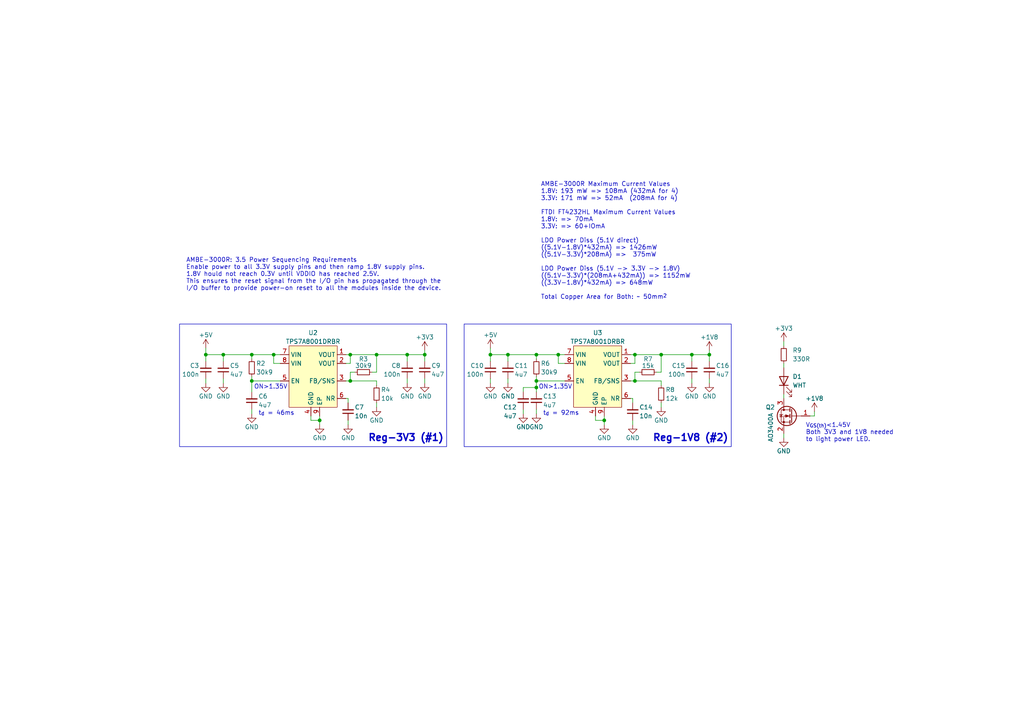
<source format=kicad_sch>
(kicad_sch
	(version 20231120)
	(generator "eeschema")
	(generator_version "8.0")
	(uuid "9da40ce1-5658-495f-9443-08245540fbdc")
	(paper "A4")
	(title_block
		(title "Quad AMBE-3000R Board (USB & UARTs)")
		(date "2024-02-26")
		(rev "1.00")
		(company "M1GEO & G8OCV")
		(comment 1 "https://github.com/m1geo/Quad-AMBE3000")
		(comment 2 "https://www.george-smart.co.uk")
	)
	(lib_symbols
		(symbol "Device:C_Small"
			(pin_numbers hide)
			(pin_names
				(offset 0.254) hide)
			(exclude_from_sim no)
			(in_bom yes)
			(on_board yes)
			(property "Reference" "C"
				(at 0.254 1.778 0)
				(effects
					(font
						(size 1.27 1.27)
					)
					(justify left)
				)
			)
			(property "Value" "C_Small"
				(at 0.254 -2.032 0)
				(effects
					(font
						(size 1.27 1.27)
					)
					(justify left)
				)
			)
			(property "Footprint" ""
				(at 0 0 0)
				(effects
					(font
						(size 1.27 1.27)
					)
					(hide yes)
				)
			)
			(property "Datasheet" "~"
				(at 0 0 0)
				(effects
					(font
						(size 1.27 1.27)
					)
					(hide yes)
				)
			)
			(property "Description" "Unpolarized capacitor, small symbol"
				(at 0 0 0)
				(effects
					(font
						(size 1.27 1.27)
					)
					(hide yes)
				)
			)
			(property "ki_keywords" "capacitor cap"
				(at 0 0 0)
				(effects
					(font
						(size 1.27 1.27)
					)
					(hide yes)
				)
			)
			(property "ki_fp_filters" "C_*"
				(at 0 0 0)
				(effects
					(font
						(size 1.27 1.27)
					)
					(hide yes)
				)
			)
			(symbol "C_Small_0_1"
				(polyline
					(pts
						(xy -1.524 -0.508) (xy 1.524 -0.508)
					)
					(stroke
						(width 0.3302)
						(type default)
					)
					(fill
						(type none)
					)
				)
				(polyline
					(pts
						(xy -1.524 0.508) (xy 1.524 0.508)
					)
					(stroke
						(width 0.3048)
						(type default)
					)
					(fill
						(type none)
					)
				)
			)
			(symbol "C_Small_1_1"
				(pin passive line
					(at 0 2.54 270)
					(length 2.032)
					(name "~"
						(effects
							(font
								(size 1.27 1.27)
							)
						)
					)
					(number "1"
						(effects
							(font
								(size 1.27 1.27)
							)
						)
					)
				)
				(pin passive line
					(at 0 -2.54 90)
					(length 2.032)
					(name "~"
						(effects
							(font
								(size 1.27 1.27)
							)
						)
					)
					(number "2"
						(effects
							(font
								(size 1.27 1.27)
							)
						)
					)
				)
			)
		)
		(symbol "Device:LED"
			(pin_numbers hide)
			(pin_names
				(offset 1.016) hide)
			(exclude_from_sim no)
			(in_bom yes)
			(on_board yes)
			(property "Reference" "D"
				(at 0 2.54 0)
				(effects
					(font
						(size 1.27 1.27)
					)
				)
			)
			(property "Value" "LED"
				(at 0 -2.54 0)
				(effects
					(font
						(size 1.27 1.27)
					)
				)
			)
			(property "Footprint" ""
				(at 0 0 0)
				(effects
					(font
						(size 1.27 1.27)
					)
					(hide yes)
				)
			)
			(property "Datasheet" "~"
				(at 0 0 0)
				(effects
					(font
						(size 1.27 1.27)
					)
					(hide yes)
				)
			)
			(property "Description" "Light emitting diode"
				(at 0 0 0)
				(effects
					(font
						(size 1.27 1.27)
					)
					(hide yes)
				)
			)
			(property "ki_keywords" "LED diode"
				(at 0 0 0)
				(effects
					(font
						(size 1.27 1.27)
					)
					(hide yes)
				)
			)
			(property "ki_fp_filters" "LED* LED_SMD:* LED_THT:*"
				(at 0 0 0)
				(effects
					(font
						(size 1.27 1.27)
					)
					(hide yes)
				)
			)
			(symbol "LED_0_1"
				(polyline
					(pts
						(xy -1.27 -1.27) (xy -1.27 1.27)
					)
					(stroke
						(width 0.254)
						(type default)
					)
					(fill
						(type none)
					)
				)
				(polyline
					(pts
						(xy -1.27 0) (xy 1.27 0)
					)
					(stroke
						(width 0)
						(type default)
					)
					(fill
						(type none)
					)
				)
				(polyline
					(pts
						(xy 1.27 -1.27) (xy 1.27 1.27) (xy -1.27 0) (xy 1.27 -1.27)
					)
					(stroke
						(width 0.254)
						(type default)
					)
					(fill
						(type none)
					)
				)
				(polyline
					(pts
						(xy -3.048 -0.762) (xy -4.572 -2.286) (xy -3.81 -2.286) (xy -4.572 -2.286) (xy -4.572 -1.524)
					)
					(stroke
						(width 0)
						(type default)
					)
					(fill
						(type none)
					)
				)
				(polyline
					(pts
						(xy -1.778 -0.762) (xy -3.302 -2.286) (xy -2.54 -2.286) (xy -3.302 -2.286) (xy -3.302 -1.524)
					)
					(stroke
						(width 0)
						(type default)
					)
					(fill
						(type none)
					)
				)
			)
			(symbol "LED_1_1"
				(pin passive line
					(at -3.81 0 0)
					(length 2.54)
					(name "K"
						(effects
							(font
								(size 1.27 1.27)
							)
						)
					)
					(number "1"
						(effects
							(font
								(size 1.27 1.27)
							)
						)
					)
				)
				(pin passive line
					(at 3.81 0 180)
					(length 2.54)
					(name "A"
						(effects
							(font
								(size 1.27 1.27)
							)
						)
					)
					(number "2"
						(effects
							(font
								(size 1.27 1.27)
							)
						)
					)
				)
			)
		)
		(symbol "Device:R_Small"
			(pin_numbers hide)
			(pin_names
				(offset 0.254) hide)
			(exclude_from_sim no)
			(in_bom yes)
			(on_board yes)
			(property "Reference" "R"
				(at 0.762 0.508 0)
				(effects
					(font
						(size 1.27 1.27)
					)
					(justify left)
				)
			)
			(property "Value" "R_Small"
				(at 0.762 -1.016 0)
				(effects
					(font
						(size 1.27 1.27)
					)
					(justify left)
				)
			)
			(property "Footprint" ""
				(at 0 0 0)
				(effects
					(font
						(size 1.27 1.27)
					)
					(hide yes)
				)
			)
			(property "Datasheet" "~"
				(at 0 0 0)
				(effects
					(font
						(size 1.27 1.27)
					)
					(hide yes)
				)
			)
			(property "Description" "Resistor, small symbol"
				(at 0 0 0)
				(effects
					(font
						(size 1.27 1.27)
					)
					(hide yes)
				)
			)
			(property "ki_keywords" "R resistor"
				(at 0 0 0)
				(effects
					(font
						(size 1.27 1.27)
					)
					(hide yes)
				)
			)
			(property "ki_fp_filters" "R_*"
				(at 0 0 0)
				(effects
					(font
						(size 1.27 1.27)
					)
					(hide yes)
				)
			)
			(symbol "R_Small_0_1"
				(rectangle
					(start -0.762 1.778)
					(end 0.762 -1.778)
					(stroke
						(width 0.2032)
						(type default)
					)
					(fill
						(type none)
					)
				)
			)
			(symbol "R_Small_1_1"
				(pin passive line
					(at 0 2.54 270)
					(length 0.762)
					(name "~"
						(effects
							(font
								(size 1.27 1.27)
							)
						)
					)
					(number "1"
						(effects
							(font
								(size 1.27 1.27)
							)
						)
					)
				)
				(pin passive line
					(at 0 -2.54 90)
					(length 0.762)
					(name "~"
						(effects
							(font
								(size 1.27 1.27)
							)
						)
					)
					(number "2"
						(effects
							(font
								(size 1.27 1.27)
							)
						)
					)
				)
			)
		)
		(symbol "TPS7A8001DRBR:TPS7A8001DRBR"
			(exclude_from_sim no)
			(in_bom yes)
			(on_board yes)
			(property "Reference" "U"
				(at -6.35 13.97 0)
				(effects
					(font
						(size 1.27 1.27)
					)
				)
			)
			(property "Value" "TPS7A8001DRBR"
				(at 1.27 11.43 0)
				(effects
					(font
						(size 1.27 1.27)
					)
				)
			)
			(property "Footprint" "Package_DFN_QFN:Texas_DRB0008A"
				(at 1.27 2.54 0)
				(effects
					(font
						(size 1.27 1.27)
					)
					(hide yes)
				)
			)
			(property "Datasheet" "https://datasheet.lcsc.com/lcsc/1810081532_Texas-Instruments-TPS7A8001DRBR_C105265.pdf"
				(at 1.27 2.54 0)
				(effects
					(font
						(size 1.27 1.27)
					)
					(hide yes)
				)
			)
			(property "Description" ""
				(at 0 0 0)
				(effects
					(font
						(size 1.27 1.27)
					)
					(hide yes)
				)
			)
			(symbol "TPS7A8001DRBR_0_0"
				(pin power_out line
					(at 10.16 7.62 180)
					(length 2.54)
					(name "VOUT"
						(effects
							(font
								(size 1.27 1.27)
							)
						)
					)
					(number "1"
						(effects
							(font
								(size 1.27 1.27)
							)
						)
					)
				)
				(pin power_out line
					(at 10.16 5.08 180)
					(length 2.54)
					(name "VOUT"
						(effects
							(font
								(size 1.27 1.27)
							)
						)
					)
					(number "2"
						(effects
							(font
								(size 1.27 1.27)
							)
						)
					)
				)
				(pin input line
					(at 10.16 0 180)
					(length 2.54)
					(name "FB/SNS"
						(effects
							(font
								(size 1.27 1.27)
							)
						)
					)
					(number "3"
						(effects
							(font
								(size 1.27 1.27)
							)
						)
					)
				)
				(pin passive line
					(at 0 -10.16 90)
					(length 2.54)
					(name "GND"
						(effects
							(font
								(size 1.27 1.27)
							)
						)
					)
					(number "4"
						(effects
							(font
								(size 1.27 1.27)
							)
						)
					)
				)
				(pin input line
					(at -8.89 0 0)
					(length 2.54)
					(name "EN"
						(effects
							(font
								(size 1.27 1.27)
							)
						)
					)
					(number "5"
						(effects
							(font
								(size 1.27 1.27)
							)
						)
					)
				)
				(pin passive line
					(at 10.16 -5.08 180)
					(length 2.54)
					(name "NR"
						(effects
							(font
								(size 1.27 1.27)
							)
						)
					)
					(number "6"
						(effects
							(font
								(size 1.27 1.27)
							)
						)
					)
				)
				(pin power_in line
					(at -8.89 7.62 0)
					(length 2.54)
					(name "VIN"
						(effects
							(font
								(size 1.27 1.27)
							)
						)
					)
					(number "7"
						(effects
							(font
								(size 1.27 1.27)
							)
						)
					)
				)
				(pin power_in line
					(at -8.89 5.08 0)
					(length 2.54)
					(name "VIN"
						(effects
							(font
								(size 1.27 1.27)
							)
						)
					)
					(number "8"
						(effects
							(font
								(size 1.27 1.27)
							)
						)
					)
				)
				(pin passive line
					(at 2.54 -10.16 90)
					(length 2.54)
					(name "EP"
						(effects
							(font
								(size 1.27 1.27)
							)
						)
					)
					(number "9"
						(effects
							(font
								(size 1.27 1.27)
							)
						)
					)
				)
			)
			(symbol "TPS7A8001DRBR_1_1"
				(rectangle
					(start -6.35 10.16)
					(end 7.62 -7.62)
					(stroke
						(width 0)
						(type default)
					)
					(fill
						(type background)
					)
				)
			)
		)
		(symbol "Transistor_FET:AO3400A"
			(pin_names hide)
			(exclude_from_sim no)
			(in_bom yes)
			(on_board yes)
			(property "Reference" "Q"
				(at 5.08 1.905 0)
				(effects
					(font
						(size 1.27 1.27)
					)
					(justify left)
				)
			)
			(property "Value" "AO3400A"
				(at 5.08 0 0)
				(effects
					(font
						(size 1.27 1.27)
					)
					(justify left)
				)
			)
			(property "Footprint" "Package_TO_SOT_SMD:SOT-23"
				(at 5.08 -1.905 0)
				(effects
					(font
						(size 1.27 1.27)
						(italic yes)
					)
					(justify left)
					(hide yes)
				)
			)
			(property "Datasheet" "http://www.aosmd.com/pdfs/datasheet/AO3400A.pdf"
				(at 5.08 -3.81 0)
				(effects
					(font
						(size 1.27 1.27)
					)
					(justify left)
					(hide yes)
				)
			)
			(property "Description" "30V Vds, 5.7A Id, N-Channel MOSFET, SOT-23"
				(at 0 0 0)
				(effects
					(font
						(size 1.27 1.27)
					)
					(hide yes)
				)
			)
			(property "ki_keywords" "N-Channel MOSFET"
				(at 0 0 0)
				(effects
					(font
						(size 1.27 1.27)
					)
					(hide yes)
				)
			)
			(property "ki_fp_filters" "SOT?23*"
				(at 0 0 0)
				(effects
					(font
						(size 1.27 1.27)
					)
					(hide yes)
				)
			)
			(symbol "AO3400A_0_1"
				(polyline
					(pts
						(xy 0.254 0) (xy -2.54 0)
					)
					(stroke
						(width 0)
						(type default)
					)
					(fill
						(type none)
					)
				)
				(polyline
					(pts
						(xy 0.254 1.905) (xy 0.254 -1.905)
					)
					(stroke
						(width 0.254)
						(type default)
					)
					(fill
						(type none)
					)
				)
				(polyline
					(pts
						(xy 0.762 -1.27) (xy 0.762 -2.286)
					)
					(stroke
						(width 0.254)
						(type default)
					)
					(fill
						(type none)
					)
				)
				(polyline
					(pts
						(xy 0.762 0.508) (xy 0.762 -0.508)
					)
					(stroke
						(width 0.254)
						(type default)
					)
					(fill
						(type none)
					)
				)
				(polyline
					(pts
						(xy 0.762 2.286) (xy 0.762 1.27)
					)
					(stroke
						(width 0.254)
						(type default)
					)
					(fill
						(type none)
					)
				)
				(polyline
					(pts
						(xy 2.54 2.54) (xy 2.54 1.778)
					)
					(stroke
						(width 0)
						(type default)
					)
					(fill
						(type none)
					)
				)
				(polyline
					(pts
						(xy 2.54 -2.54) (xy 2.54 0) (xy 0.762 0)
					)
					(stroke
						(width 0)
						(type default)
					)
					(fill
						(type none)
					)
				)
				(polyline
					(pts
						(xy 0.762 -1.778) (xy 3.302 -1.778) (xy 3.302 1.778) (xy 0.762 1.778)
					)
					(stroke
						(width 0)
						(type default)
					)
					(fill
						(type none)
					)
				)
				(polyline
					(pts
						(xy 1.016 0) (xy 2.032 0.381) (xy 2.032 -0.381) (xy 1.016 0)
					)
					(stroke
						(width 0)
						(type default)
					)
					(fill
						(type outline)
					)
				)
				(polyline
					(pts
						(xy 2.794 0.508) (xy 2.921 0.381) (xy 3.683 0.381) (xy 3.81 0.254)
					)
					(stroke
						(width 0)
						(type default)
					)
					(fill
						(type none)
					)
				)
				(polyline
					(pts
						(xy 3.302 0.381) (xy 2.921 -0.254) (xy 3.683 -0.254) (xy 3.302 0.381)
					)
					(stroke
						(width 0)
						(type default)
					)
					(fill
						(type none)
					)
				)
				(circle
					(center 1.651 0)
					(radius 2.794)
					(stroke
						(width 0.254)
						(type default)
					)
					(fill
						(type none)
					)
				)
				(circle
					(center 2.54 -1.778)
					(radius 0.254)
					(stroke
						(width 0)
						(type default)
					)
					(fill
						(type outline)
					)
				)
				(circle
					(center 2.54 1.778)
					(radius 0.254)
					(stroke
						(width 0)
						(type default)
					)
					(fill
						(type outline)
					)
				)
			)
			(symbol "AO3400A_1_1"
				(pin input line
					(at -5.08 0 0)
					(length 2.54)
					(name "G"
						(effects
							(font
								(size 1.27 1.27)
							)
						)
					)
					(number "1"
						(effects
							(font
								(size 1.27 1.27)
							)
						)
					)
				)
				(pin passive line
					(at 2.54 -5.08 90)
					(length 2.54)
					(name "S"
						(effects
							(font
								(size 1.27 1.27)
							)
						)
					)
					(number "2"
						(effects
							(font
								(size 1.27 1.27)
							)
						)
					)
				)
				(pin passive line
					(at 2.54 5.08 270)
					(length 2.54)
					(name "D"
						(effects
							(font
								(size 1.27 1.27)
							)
						)
					)
					(number "3"
						(effects
							(font
								(size 1.27 1.27)
							)
						)
					)
				)
			)
		)
		(symbol "power:+1V8"
			(power)
			(pin_names
				(offset 0)
			)
			(exclude_from_sim no)
			(in_bom yes)
			(on_board yes)
			(property "Reference" "#PWR"
				(at 0 -3.81 0)
				(effects
					(font
						(size 1.27 1.27)
					)
					(hide yes)
				)
			)
			(property "Value" "+1V8"
				(at 0 3.556 0)
				(effects
					(font
						(size 1.27 1.27)
					)
				)
			)
			(property "Footprint" ""
				(at 0 0 0)
				(effects
					(font
						(size 1.27 1.27)
					)
					(hide yes)
				)
			)
			(property "Datasheet" ""
				(at 0 0 0)
				(effects
					(font
						(size 1.27 1.27)
					)
					(hide yes)
				)
			)
			(property "Description" "Power symbol creates a global label with name \"+1V8\""
				(at 0 0 0)
				(effects
					(font
						(size 1.27 1.27)
					)
					(hide yes)
				)
			)
			(property "ki_keywords" "global power"
				(at 0 0 0)
				(effects
					(font
						(size 1.27 1.27)
					)
					(hide yes)
				)
			)
			(symbol "+1V8_0_1"
				(polyline
					(pts
						(xy -0.762 1.27) (xy 0 2.54)
					)
					(stroke
						(width 0)
						(type default)
					)
					(fill
						(type none)
					)
				)
				(polyline
					(pts
						(xy 0 0) (xy 0 2.54)
					)
					(stroke
						(width 0)
						(type default)
					)
					(fill
						(type none)
					)
				)
				(polyline
					(pts
						(xy 0 2.54) (xy 0.762 1.27)
					)
					(stroke
						(width 0)
						(type default)
					)
					(fill
						(type none)
					)
				)
			)
			(symbol "+1V8_1_1"
				(pin power_in line
					(at 0 0 90)
					(length 0) hide
					(name "+1V8"
						(effects
							(font
								(size 1.27 1.27)
							)
						)
					)
					(number "1"
						(effects
							(font
								(size 1.27 1.27)
							)
						)
					)
				)
			)
		)
		(symbol "power:+3V3"
			(power)
			(pin_names
				(offset 0)
			)
			(exclude_from_sim no)
			(in_bom yes)
			(on_board yes)
			(property "Reference" "#PWR"
				(at 0 -3.81 0)
				(effects
					(font
						(size 1.27 1.27)
					)
					(hide yes)
				)
			)
			(property "Value" "+3V3"
				(at 0 3.556 0)
				(effects
					(font
						(size 1.27 1.27)
					)
				)
			)
			(property "Footprint" ""
				(at 0 0 0)
				(effects
					(font
						(size 1.27 1.27)
					)
					(hide yes)
				)
			)
			(property "Datasheet" ""
				(at 0 0 0)
				(effects
					(font
						(size 1.27 1.27)
					)
					(hide yes)
				)
			)
			(property "Description" "Power symbol creates a global label with name \"+3V3\""
				(at 0 0 0)
				(effects
					(font
						(size 1.27 1.27)
					)
					(hide yes)
				)
			)
			(property "ki_keywords" "global power"
				(at 0 0 0)
				(effects
					(font
						(size 1.27 1.27)
					)
					(hide yes)
				)
			)
			(symbol "+3V3_0_1"
				(polyline
					(pts
						(xy -0.762 1.27) (xy 0 2.54)
					)
					(stroke
						(width 0)
						(type default)
					)
					(fill
						(type none)
					)
				)
				(polyline
					(pts
						(xy 0 0) (xy 0 2.54)
					)
					(stroke
						(width 0)
						(type default)
					)
					(fill
						(type none)
					)
				)
				(polyline
					(pts
						(xy 0 2.54) (xy 0.762 1.27)
					)
					(stroke
						(width 0)
						(type default)
					)
					(fill
						(type none)
					)
				)
			)
			(symbol "+3V3_1_1"
				(pin power_in line
					(at 0 0 90)
					(length 0) hide
					(name "+3V3"
						(effects
							(font
								(size 1.27 1.27)
							)
						)
					)
					(number "1"
						(effects
							(font
								(size 1.27 1.27)
							)
						)
					)
				)
			)
		)
		(symbol "power:+5V"
			(power)
			(pin_names
				(offset 0)
			)
			(exclude_from_sim no)
			(in_bom yes)
			(on_board yes)
			(property "Reference" "#PWR"
				(at 0 -3.81 0)
				(effects
					(font
						(size 1.27 1.27)
					)
					(hide yes)
				)
			)
			(property "Value" "+5V"
				(at 0 3.556 0)
				(effects
					(font
						(size 1.27 1.27)
					)
				)
			)
			(property "Footprint" ""
				(at 0 0 0)
				(effects
					(font
						(size 1.27 1.27)
					)
					(hide yes)
				)
			)
			(property "Datasheet" ""
				(at 0 0 0)
				(effects
					(font
						(size 1.27 1.27)
					)
					(hide yes)
				)
			)
			(property "Description" "Power symbol creates a global label with name \"+5V\""
				(at 0 0 0)
				(effects
					(font
						(size 1.27 1.27)
					)
					(hide yes)
				)
			)
			(property "ki_keywords" "global power"
				(at 0 0 0)
				(effects
					(font
						(size 1.27 1.27)
					)
					(hide yes)
				)
			)
			(symbol "+5V_0_1"
				(polyline
					(pts
						(xy -0.762 1.27) (xy 0 2.54)
					)
					(stroke
						(width 0)
						(type default)
					)
					(fill
						(type none)
					)
				)
				(polyline
					(pts
						(xy 0 0) (xy 0 2.54)
					)
					(stroke
						(width 0)
						(type default)
					)
					(fill
						(type none)
					)
				)
				(polyline
					(pts
						(xy 0 2.54) (xy 0.762 1.27)
					)
					(stroke
						(width 0)
						(type default)
					)
					(fill
						(type none)
					)
				)
			)
			(symbol "+5V_1_1"
				(pin power_in line
					(at 0 0 90)
					(length 0) hide
					(name "+5V"
						(effects
							(font
								(size 1.27 1.27)
							)
						)
					)
					(number "1"
						(effects
							(font
								(size 1.27 1.27)
							)
						)
					)
				)
			)
		)
		(symbol "power:GND"
			(power)
			(pin_names
				(offset 0)
			)
			(exclude_from_sim no)
			(in_bom yes)
			(on_board yes)
			(property "Reference" "#PWR"
				(at 0 -6.35 0)
				(effects
					(font
						(size 1.27 1.27)
					)
					(hide yes)
				)
			)
			(property "Value" "GND"
				(at 0 -3.81 0)
				(effects
					(font
						(size 1.27 1.27)
					)
				)
			)
			(property "Footprint" ""
				(at 0 0 0)
				(effects
					(font
						(size 1.27 1.27)
					)
					(hide yes)
				)
			)
			(property "Datasheet" ""
				(at 0 0 0)
				(effects
					(font
						(size 1.27 1.27)
					)
					(hide yes)
				)
			)
			(property "Description" "Power symbol creates a global label with name \"GND\" , ground"
				(at 0 0 0)
				(effects
					(font
						(size 1.27 1.27)
					)
					(hide yes)
				)
			)
			(property "ki_keywords" "global power"
				(at 0 0 0)
				(effects
					(font
						(size 1.27 1.27)
					)
					(hide yes)
				)
			)
			(symbol "GND_0_1"
				(polyline
					(pts
						(xy 0 0) (xy 0 -1.27) (xy 1.27 -1.27) (xy 0 -2.54) (xy -1.27 -1.27) (xy 0 -1.27)
					)
					(stroke
						(width 0)
						(type default)
					)
					(fill
						(type none)
					)
				)
			)
			(symbol "GND_1_1"
				(pin power_in line
					(at 0 0 270)
					(length 0) hide
					(name "GND"
						(effects
							(font
								(size 1.27 1.27)
							)
						)
					)
					(number "1"
						(effects
							(font
								(size 1.27 1.27)
							)
						)
					)
				)
			)
		)
	)
	(junction
		(at 92.71 121.92)
		(diameter 0)
		(color 0 0 0 0)
		(uuid "09604af5-19e7-45e3-84a5-07e31b1d83aa")
	)
	(junction
		(at 155.575 102.87)
		(diameter 0)
		(color 0 0 0 0)
		(uuid "0adfe096-7d6e-4f6c-978a-fed07dcc5180")
	)
	(junction
		(at 109.22 102.87)
		(diameter 0)
		(color 0 0 0 0)
		(uuid "0e8a996b-851f-45fb-bd0c-2bb8c25d65ca")
	)
	(junction
		(at 147.32 102.87)
		(diameter 0)
		(color 0 0 0 0)
		(uuid "1b8801ee-a0da-44bf-8df1-d1282761c89c")
	)
	(junction
		(at 175.26 121.92)
		(diameter 0)
		(color 0 0 0 0)
		(uuid "20e20df7-32e2-4e30-a2c9-d592c9c6cb80")
	)
	(junction
		(at 184.15 102.87)
		(diameter 0)
		(color 0 0 0 0)
		(uuid "2457364d-6183-4789-bc83-66cc54093f89")
	)
	(junction
		(at 64.77 102.87)
		(diameter 0)
		(color 0 0 0 0)
		(uuid "24bbcddd-ccea-49cd-8494-5a69e632a556")
	)
	(junction
		(at 101.6 110.49)
		(diameter 0)
		(color 0 0 0 0)
		(uuid "32a4f910-3831-4b60-854a-bb1623527ad2")
	)
	(junction
		(at 73.025 110.49)
		(diameter 0)
		(color 0 0 0 0)
		(uuid "36168a6c-997a-4fb5-b090-0b6ee10366c3")
	)
	(junction
		(at 101.6 102.87)
		(diameter 0)
		(color 0 0 0 0)
		(uuid "49a2ca67-a077-4b67-b85d-c198a6b8ee57")
	)
	(junction
		(at 118.11 102.87)
		(diameter 0)
		(color 0 0 0 0)
		(uuid "4a4bf1ee-a4ef-4090-8f3b-71a61a402cde")
	)
	(junction
		(at 59.69 102.87)
		(diameter 0)
		(color 0 0 0 0)
		(uuid "4ee66cc4-7690-4ed9-8153-8f076d35902c")
	)
	(junction
		(at 123.19 102.87)
		(diameter 0)
		(color 0 0 0 0)
		(uuid "5ddbafe9-743e-4753-8bee-8b893a2bafd4")
	)
	(junction
		(at 184.15 110.49)
		(diameter 0)
		(color 0 0 0 0)
		(uuid "6b1b196f-bfbf-45e0-8fe0-0c9badf9a5ab")
	)
	(junction
		(at 161.925 102.87)
		(diameter 0)
		(color 0 0 0 0)
		(uuid "6c57ec54-cdcd-4117-8034-77343dca1236")
	)
	(junction
		(at 142.24 102.87)
		(diameter 0)
		(color 0 0 0 0)
		(uuid "89dcab4e-fdce-4a5f-b988-0775534ea28b")
	)
	(junction
		(at 73.025 102.87)
		(diameter 0)
		(color 0 0 0 0)
		(uuid "8a1ba321-2602-4a53-88c4-4c897e8fc188")
	)
	(junction
		(at 191.77 102.87)
		(diameter 0)
		(color 0 0 0 0)
		(uuid "aaadf5bb-9acb-4b2f-bcdb-ad0ef34da91a")
	)
	(junction
		(at 200.66 102.87)
		(diameter 0)
		(color 0 0 0 0)
		(uuid "b46635cc-5d10-4f35-8747-0232047ca118")
	)
	(junction
		(at 79.375 102.87)
		(diameter 0)
		(color 0 0 0 0)
		(uuid "b86a29d5-be87-45ff-9dd9-8af9de6ee9a5")
	)
	(junction
		(at 155.575 112.395)
		(diameter 0)
		(color 0 0 0 0)
		(uuid "c476e6ce-2f80-4ccd-9f0f-28495d330c92")
	)
	(junction
		(at 205.74 102.87)
		(diameter 0)
		(color 0 0 0 0)
		(uuid "d69b346c-c9ee-4661-86bb-f2b2669ea87f")
	)
	(junction
		(at 155.575 110.49)
		(diameter 0)
		(color 0 0 0 0)
		(uuid "ef5dbfe7-43ff-4c2b-93db-94b8c6ba8776")
	)
	(wire
		(pts
			(xy 205.74 104.775) (xy 205.74 102.87)
		)
		(stroke
			(width 0)
			(type default)
		)
		(uuid "019dbef3-e64c-4b0e-8862-36dffe79cc1f")
	)
	(wire
		(pts
			(xy 59.69 102.87) (xy 64.77 102.87)
		)
		(stroke
			(width 0)
			(type default)
		)
		(uuid "04f206e6-0134-445f-9431-4a2edfe55aa0")
	)
	(wire
		(pts
			(xy 101.6 107.95) (xy 102.87 107.95)
		)
		(stroke
			(width 0)
			(type default)
		)
		(uuid "07bff623-9cac-41cc-b518-fbf45c2e9e91")
	)
	(wire
		(pts
			(xy 73.025 113.665) (xy 73.025 110.49)
		)
		(stroke
			(width 0)
			(type default)
		)
		(uuid "089566ae-b879-4475-a692-a2abde97dc0b")
	)
	(wire
		(pts
			(xy 100.965 116.84) (xy 100.965 115.57)
		)
		(stroke
			(width 0)
			(type default)
		)
		(uuid "0b055840-3031-4669-8e46-b523bc12801a")
	)
	(wire
		(pts
			(xy 147.32 102.87) (xy 155.575 102.87)
		)
		(stroke
			(width 0)
			(type default)
		)
		(uuid "0e64aa59-6234-425c-8cad-3ac75f6b869d")
	)
	(wire
		(pts
			(xy 142.24 100.965) (xy 142.24 102.87)
		)
		(stroke
			(width 0)
			(type default)
		)
		(uuid "10491d6a-7d10-48b0-9987-3b3cacd916c0")
	)
	(wire
		(pts
			(xy 64.77 102.87) (xy 73.025 102.87)
		)
		(stroke
			(width 0)
			(type default)
		)
		(uuid "112a6163-7d8d-470b-845d-fba9694b7314")
	)
	(wire
		(pts
			(xy 73.025 102.87) (xy 73.025 104.14)
		)
		(stroke
			(width 0)
			(type default)
		)
		(uuid "13ddaaa1-a157-482b-b7ca-0c27d9824a72")
	)
	(wire
		(pts
			(xy 90.17 121.92) (xy 92.71 121.92)
		)
		(stroke
			(width 0)
			(type default)
		)
		(uuid "141f4ca8-c895-42c5-934b-f8b27986bce7")
	)
	(wire
		(pts
			(xy 236.22 119.38) (xy 236.22 120.65)
		)
		(stroke
			(width 0)
			(type default)
		)
		(uuid "167f7979-4ab1-45a7-a8c6-a0d36da9ba16")
	)
	(wire
		(pts
			(xy 227.33 125.73) (xy 227.33 127)
		)
		(stroke
			(width 0)
			(type default)
		)
		(uuid "1b8cc241-7d6f-4840-be3c-dbd5018825be")
	)
	(wire
		(pts
			(xy 118.11 102.87) (xy 118.11 104.775)
		)
		(stroke
			(width 0)
			(type default)
		)
		(uuid "1cdf926f-303b-4a64-8fbe-70446addb174")
	)
	(wire
		(pts
			(xy 155.575 112.395) (xy 155.575 110.49)
		)
		(stroke
			(width 0)
			(type default)
		)
		(uuid "1ee4daa9-1ef6-44c6-b67c-ea6bb837de27")
	)
	(wire
		(pts
			(xy 59.69 104.775) (xy 59.69 102.87)
		)
		(stroke
			(width 0)
			(type default)
		)
		(uuid "21dda282-8480-41cf-9885-d948d247aaba")
	)
	(wire
		(pts
			(xy 161.925 105.41) (xy 163.83 105.41)
		)
		(stroke
			(width 0)
			(type default)
		)
		(uuid "24fffae6-1097-40b6-a1f6-790b88e8a4fe")
	)
	(wire
		(pts
			(xy 73.025 110.49) (xy 81.28 110.49)
		)
		(stroke
			(width 0)
			(type default)
		)
		(uuid "25f7d041-33da-42b0-b2bb-81296868159d")
	)
	(wire
		(pts
			(xy 92.71 120.65) (xy 92.71 121.92)
		)
		(stroke
			(width 0)
			(type default)
		)
		(uuid "266d38aa-8dc7-4fc7-a753-12405b8448af")
	)
	(wire
		(pts
			(xy 227.33 105.41) (xy 227.33 106.68)
		)
		(stroke
			(width 0)
			(type default)
		)
		(uuid "2a4419dd-d5f0-4cbd-bb66-93a8c332b46a")
	)
	(wire
		(pts
			(xy 79.375 102.87) (xy 79.375 105.41)
		)
		(stroke
			(width 0)
			(type default)
		)
		(uuid "33b16c23-df60-413f-acd2-5ee7fb1e2f9e")
	)
	(wire
		(pts
			(xy 73.025 109.22) (xy 73.025 110.49)
		)
		(stroke
			(width 0)
			(type default)
		)
		(uuid "36c6cafc-d970-4590-83cd-1f0fdd643117")
	)
	(wire
		(pts
			(xy 184.15 102.87) (xy 191.77 102.87)
		)
		(stroke
			(width 0)
			(type default)
		)
		(uuid "398af4d7-3e92-4387-b1f1-56a93412b17d")
	)
	(wire
		(pts
			(xy 118.11 102.87) (xy 123.19 102.87)
		)
		(stroke
			(width 0)
			(type default)
		)
		(uuid "3c49d2c6-7ca9-46d0-b2c8-a38790cd0b85")
	)
	(wire
		(pts
			(xy 90.17 121.92) (xy 90.17 120.65)
		)
		(stroke
			(width 0)
			(type default)
		)
		(uuid "3c956463-cfa7-4e68-849a-bd7a891b3593")
	)
	(wire
		(pts
			(xy 123.19 109.855) (xy 123.19 111.125)
		)
		(stroke
			(width 0)
			(type default)
		)
		(uuid "488a7c07-c352-413f-a792-bfa0450626c9")
	)
	(wire
		(pts
			(xy 155.575 113.665) (xy 155.575 112.395)
		)
		(stroke
			(width 0)
			(type default)
		)
		(uuid "4c5079b8-ba24-4946-b783-11fab938086b")
	)
	(wire
		(pts
			(xy 155.575 102.87) (xy 155.575 104.14)
		)
		(stroke
			(width 0)
			(type default)
		)
		(uuid "4f5795b6-c18c-4963-b138-6cd977ac7101")
	)
	(wire
		(pts
			(xy 123.19 102.87) (xy 123.19 101.6)
		)
		(stroke
			(width 0)
			(type default)
		)
		(uuid "52e24067-893a-4028-a4ac-aed79fc60923")
	)
	(wire
		(pts
			(xy 59.69 109.855) (xy 59.69 111.125)
		)
		(stroke
			(width 0)
			(type default)
		)
		(uuid "5703e9f1-ad43-4015-b93d-9a0c7b57959d")
	)
	(wire
		(pts
			(xy 73.025 102.87) (xy 79.375 102.87)
		)
		(stroke
			(width 0)
			(type default)
		)
		(uuid "5c97f322-3df8-402d-aca1-3146ca227f4d")
	)
	(wire
		(pts
			(xy 147.32 109.855) (xy 147.32 111.125)
		)
		(stroke
			(width 0)
			(type default)
		)
		(uuid "6065b038-0f2a-4006-842e-8e635909c849")
	)
	(wire
		(pts
			(xy 142.24 102.87) (xy 147.32 102.87)
		)
		(stroke
			(width 0)
			(type default)
		)
		(uuid "62033c02-f4e3-4f52-84a7-901bc47f7b6b")
	)
	(wire
		(pts
			(xy 59.69 100.965) (xy 59.69 102.87)
		)
		(stroke
			(width 0)
			(type default)
		)
		(uuid "629306a0-5e13-46f8-8a92-600e7de50a64")
	)
	(wire
		(pts
			(xy 191.77 116.84) (xy 191.77 118.11)
		)
		(stroke
			(width 0)
			(type default)
		)
		(uuid "64feba67-1d3c-4f18-a101-38a5ef5eb406")
	)
	(wire
		(pts
			(xy 109.22 102.87) (xy 118.11 102.87)
		)
		(stroke
			(width 0)
			(type default)
		)
		(uuid "6aa51f6e-0efa-495a-a663-3f9eaf86c743")
	)
	(wire
		(pts
			(xy 155.575 109.22) (xy 155.575 110.49)
		)
		(stroke
			(width 0)
			(type default)
		)
		(uuid "71f10da8-44a3-4c5e-b77d-b1dbc31a24e5")
	)
	(wire
		(pts
			(xy 191.77 102.87) (xy 191.77 107.95)
		)
		(stroke
			(width 0)
			(type default)
		)
		(uuid "75e777f5-a809-43cd-be6a-b8a74e64170e")
	)
	(wire
		(pts
			(xy 100.33 110.49) (xy 101.6 110.49)
		)
		(stroke
			(width 0)
			(type default)
		)
		(uuid "7647b1ee-ff54-4830-999e-eaaa67ba2332")
	)
	(wire
		(pts
			(xy 236.22 120.65) (xy 234.95 120.65)
		)
		(stroke
			(width 0)
			(type default)
		)
		(uuid "76db40da-3316-4c4a-b58a-593b2b686c0d")
	)
	(wire
		(pts
			(xy 151.765 118.745) (xy 151.765 120.015)
		)
		(stroke
			(width 0)
			(type default)
		)
		(uuid "782b4a11-c15e-4c4a-99ed-07b8e6b0d8f4")
	)
	(wire
		(pts
			(xy 184.15 107.95) (xy 185.42 107.95)
		)
		(stroke
			(width 0)
			(type default)
		)
		(uuid "7848f3b0-9111-444a-bce6-2230e39a6378")
	)
	(wire
		(pts
			(xy 101.6 102.87) (xy 101.6 105.41)
		)
		(stroke
			(width 0)
			(type default)
		)
		(uuid "8335a7c1-8739-478d-9ba2-8c9ca9b68609")
	)
	(wire
		(pts
			(xy 200.66 109.855) (xy 200.66 111.125)
		)
		(stroke
			(width 0)
			(type default)
		)
		(uuid "833f1d63-40a0-47a8-9d43-dca2ddf01ebe")
	)
	(wire
		(pts
			(xy 183.515 115.57) (xy 182.88 115.57)
		)
		(stroke
			(width 0)
			(type default)
		)
		(uuid "840feee0-5251-44d0-aa8f-f5137677a842")
	)
	(wire
		(pts
			(xy 184.15 102.87) (xy 184.15 105.41)
		)
		(stroke
			(width 0)
			(type default)
		)
		(uuid "85f3d29e-745c-4ea4-aa28-c9cb37bf5153")
	)
	(wire
		(pts
			(xy 183.515 116.84) (xy 183.515 115.57)
		)
		(stroke
			(width 0)
			(type default)
		)
		(uuid "8b68c9cf-c4d7-49e3-bd97-fd074068d6e9")
	)
	(wire
		(pts
			(xy 100.965 115.57) (xy 100.33 115.57)
		)
		(stroke
			(width 0)
			(type default)
		)
		(uuid "8d01c625-917a-4ddb-add5-9bc46719c1bb")
	)
	(wire
		(pts
			(xy 200.66 102.87) (xy 200.66 104.775)
		)
		(stroke
			(width 0)
			(type default)
		)
		(uuid "8e7c7eae-940a-48e7-8b16-fdb6ce1142cf")
	)
	(wire
		(pts
			(xy 151.765 112.395) (xy 155.575 112.395)
		)
		(stroke
			(width 0)
			(type default)
		)
		(uuid "8fa87fb1-c4c2-4344-8766-5a8536f15dc8")
	)
	(wire
		(pts
			(xy 191.77 102.87) (xy 200.66 102.87)
		)
		(stroke
			(width 0)
			(type default)
		)
		(uuid "90b0f14e-0579-4265-b251-433c7c78b465")
	)
	(wire
		(pts
			(xy 118.11 109.855) (xy 118.11 111.125)
		)
		(stroke
			(width 0)
			(type default)
		)
		(uuid "92e3f825-8962-4ea9-b666-b1730bc8e4fc")
	)
	(wire
		(pts
			(xy 147.32 104.775) (xy 147.32 102.87)
		)
		(stroke
			(width 0)
			(type default)
		)
		(uuid "95771e99-2bc0-4ce4-a9d7-595af3d54440")
	)
	(wire
		(pts
			(xy 155.575 110.49) (xy 163.83 110.49)
		)
		(stroke
			(width 0)
			(type default)
		)
		(uuid "985e4739-10e9-4b5b-a4f1-ea89a3d074dc")
	)
	(wire
		(pts
			(xy 182.88 102.87) (xy 184.15 102.87)
		)
		(stroke
			(width 0)
			(type default)
		)
		(uuid "9ff83919-443c-4d81-87b4-1682b77abefe")
	)
	(wire
		(pts
			(xy 161.925 102.87) (xy 161.925 105.41)
		)
		(stroke
			(width 0)
			(type default)
		)
		(uuid "a7f23ac7-e66e-4828-97b6-1f5d0dbed488")
	)
	(wire
		(pts
			(xy 205.74 102.87) (xy 205.74 101.6)
		)
		(stroke
			(width 0)
			(type default)
		)
		(uuid "ac85a304-6bc9-4be3-900b-0d312de9bcac")
	)
	(wire
		(pts
			(xy 109.22 110.49) (xy 101.6 110.49)
		)
		(stroke
			(width 0)
			(type default)
		)
		(uuid "ad4a143f-1566-4468-8518-df28df0b3bae")
	)
	(wire
		(pts
			(xy 155.575 118.745) (xy 155.575 120.015)
		)
		(stroke
			(width 0)
			(type default)
		)
		(uuid "adb94cd3-6a4d-47ab-8391-810edb00ae1c")
	)
	(wire
		(pts
			(xy 191.77 111.76) (xy 191.77 110.49)
		)
		(stroke
			(width 0)
			(type default)
		)
		(uuid "b29f4287-6a63-4a45-91e7-cd54b4fcd401")
	)
	(wire
		(pts
			(xy 92.71 121.92) (xy 92.71 123.19)
		)
		(stroke
			(width 0)
			(type default)
		)
		(uuid "b500a644-bc7b-4299-9176-c24f9ad9baac")
	)
	(wire
		(pts
			(xy 172.72 121.92) (xy 172.72 120.65)
		)
		(stroke
			(width 0)
			(type default)
		)
		(uuid "b897fc53-530d-44a4-bfd5-5552ec6bc64c")
	)
	(wire
		(pts
			(xy 101.6 102.87) (xy 109.22 102.87)
		)
		(stroke
			(width 0)
			(type default)
		)
		(uuid "b8c18730-158c-4b23-aeaa-a9255e66aeb9")
	)
	(wire
		(pts
			(xy 184.15 107.95) (xy 184.15 110.49)
		)
		(stroke
			(width 0)
			(type default)
		)
		(uuid "bbc8ec15-cfeb-4bfe-a859-b90eaa919436")
	)
	(wire
		(pts
			(xy 182.88 110.49) (xy 184.15 110.49)
		)
		(stroke
			(width 0)
			(type default)
		)
		(uuid "bd6ac261-5985-4710-aa95-cdbbddae0403")
	)
	(wire
		(pts
			(xy 107.95 107.95) (xy 109.22 107.95)
		)
		(stroke
			(width 0)
			(type default)
		)
		(uuid "bf343b23-56d5-45e3-bba7-e4ee8d979480")
	)
	(wire
		(pts
			(xy 190.5 107.95) (xy 191.77 107.95)
		)
		(stroke
			(width 0)
			(type default)
		)
		(uuid "bfacda80-0ca7-48c2-93b2-3fba5cd61483")
	)
	(wire
		(pts
			(xy 142.24 104.775) (xy 142.24 102.87)
		)
		(stroke
			(width 0)
			(type default)
		)
		(uuid "c00f68ce-34f8-4364-9e3d-81506b387d60")
	)
	(wire
		(pts
			(xy 175.26 121.92) (xy 175.26 123.19)
		)
		(stroke
			(width 0)
			(type default)
		)
		(uuid "c4d4f512-d27c-4702-bd95-73fab175e5b0")
	)
	(wire
		(pts
			(xy 200.66 102.87) (xy 205.74 102.87)
		)
		(stroke
			(width 0)
			(type default)
		)
		(uuid "c547553d-02a6-4b84-9a74-56e871545c99")
	)
	(wire
		(pts
			(xy 100.33 105.41) (xy 101.6 105.41)
		)
		(stroke
			(width 0)
			(type default)
		)
		(uuid "c6b02c04-b7e5-4727-b83b-642d09adb7b2")
	)
	(wire
		(pts
			(xy 182.88 105.41) (xy 184.15 105.41)
		)
		(stroke
			(width 0)
			(type default)
		)
		(uuid "c9d02736-b151-44f3-ab24-75c75e05434c")
	)
	(wire
		(pts
			(xy 205.74 109.855) (xy 205.74 111.125)
		)
		(stroke
			(width 0)
			(type default)
		)
		(uuid "ccd1e900-9e6d-4eb6-b83c-b4c808d03cb3")
	)
	(wire
		(pts
			(xy 73.025 118.745) (xy 73.025 120.015)
		)
		(stroke
			(width 0)
			(type default)
		)
		(uuid "cf51f32d-b47a-4cb0-b7f2-49257058893c")
	)
	(wire
		(pts
			(xy 142.24 109.855) (xy 142.24 111.125)
		)
		(stroke
			(width 0)
			(type default)
		)
		(uuid "d8cd58c9-74d8-4490-a702-7aa3ca9f1f53")
	)
	(wire
		(pts
			(xy 123.19 104.775) (xy 123.19 102.87)
		)
		(stroke
			(width 0)
			(type default)
		)
		(uuid "d8fcba2d-4d09-45a1-bea4-b0e3ad3d905e")
	)
	(wire
		(pts
			(xy 64.77 104.775) (xy 64.77 102.87)
		)
		(stroke
			(width 0)
			(type default)
		)
		(uuid "d9d8e173-91d9-43c4-b8c1-f17edfdc6694")
	)
	(wire
		(pts
			(xy 183.515 121.92) (xy 183.515 123.19)
		)
		(stroke
			(width 0)
			(type default)
		)
		(uuid "da035fd4-7407-4da3-8ce6-624dd012d63f")
	)
	(wire
		(pts
			(xy 101.6 107.95) (xy 101.6 110.49)
		)
		(stroke
			(width 0)
			(type default)
		)
		(uuid "db5b4af8-5f06-4326-8587-f13298d0200f")
	)
	(wire
		(pts
			(xy 151.765 113.665) (xy 151.765 112.395)
		)
		(stroke
			(width 0)
			(type default)
		)
		(uuid "dc2a23b4-f770-4790-9e28-42e21f8777cf")
	)
	(wire
		(pts
			(xy 100.33 102.87) (xy 101.6 102.87)
		)
		(stroke
			(width 0)
			(type default)
		)
		(uuid "de2bc735-32c1-4397-bec8-1ce619273370")
	)
	(wire
		(pts
			(xy 81.28 102.87) (xy 79.375 102.87)
		)
		(stroke
			(width 0)
			(type default)
		)
		(uuid "deee906d-8a98-4225-b572-39c0beffc9da")
	)
	(wire
		(pts
			(xy 100.965 121.92) (xy 100.965 123.19)
		)
		(stroke
			(width 0)
			(type default)
		)
		(uuid "dfad64bb-3957-439a-9266-6e8d968b50df")
	)
	(wire
		(pts
			(xy 155.575 102.87) (xy 161.925 102.87)
		)
		(stroke
			(width 0)
			(type default)
		)
		(uuid "e0d44c16-97df-4707-b720-e1c3952a724f")
	)
	(wire
		(pts
			(xy 175.26 120.65) (xy 175.26 121.92)
		)
		(stroke
			(width 0)
			(type default)
		)
		(uuid "e2bef692-ed32-41be-80c3-3338dff44a2e")
	)
	(wire
		(pts
			(xy 64.77 109.855) (xy 64.77 111.125)
		)
		(stroke
			(width 0)
			(type default)
		)
		(uuid "e2f47a0a-d171-464a-badd-381ff58649b6")
	)
	(wire
		(pts
			(xy 109.22 111.76) (xy 109.22 110.49)
		)
		(stroke
			(width 0)
			(type default)
		)
		(uuid "e5c5fd71-7683-4da1-982a-a7cd86e569d3")
	)
	(wire
		(pts
			(xy 109.22 102.87) (xy 109.22 107.95)
		)
		(stroke
			(width 0)
			(type default)
		)
		(uuid "ed1bf828-9a8d-4344-b8de-64ed298dd721")
	)
	(wire
		(pts
			(xy 172.72 121.92) (xy 175.26 121.92)
		)
		(stroke
			(width 0)
			(type default)
		)
		(uuid "ef7234bc-cea3-49f1-a768-df4e2e2d4ef9")
	)
	(wire
		(pts
			(xy 191.77 110.49) (xy 184.15 110.49)
		)
		(stroke
			(width 0)
			(type default)
		)
		(uuid "f0442512-9b70-4d4d-a507-5cbd2f322e9e")
	)
	(wire
		(pts
			(xy 79.375 105.41) (xy 81.28 105.41)
		)
		(stroke
			(width 0)
			(type default)
		)
		(uuid "f3fa1b7e-a685-4fa1-a2d6-8658e0ff7d23")
	)
	(wire
		(pts
			(xy 227.33 114.3) (xy 227.33 115.57)
		)
		(stroke
			(width 0)
			(type default)
		)
		(uuid "f5ac6ded-f18c-4b8e-8907-a60c7fb80846")
	)
	(wire
		(pts
			(xy 109.22 116.84) (xy 109.22 118.11)
		)
		(stroke
			(width 0)
			(type default)
		)
		(uuid "f9c1f751-b794-4677-9ced-2e07f7c4a294")
	)
	(wire
		(pts
			(xy 163.83 102.87) (xy 161.925 102.87)
		)
		(stroke
			(width 0)
			(type default)
		)
		(uuid "fd20d620-55fd-4646-9a0d-dbc3893e12f7")
	)
	(wire
		(pts
			(xy 227.33 99.06) (xy 227.33 100.33)
		)
		(stroke
			(width 0)
			(type default)
		)
		(uuid "fe0ed289-05c7-44b4-bbf6-412b3528365a")
	)
	(rectangle
		(start 52.07 93.98)
		(end 129.54 129.54)
		(stroke
			(width 0)
			(type default)
		)
		(fill
			(type none)
		)
		(uuid 0a22fd86-f156-4586-9f39-e0fc1ee65002)
	)
	(rectangle
		(start 134.62 93.98)
		(end 212.09 129.54)
		(stroke
			(width 0)
			(type default)
		)
		(fill
			(type none)
		)
		(uuid f412e986-2763-4378-8ff3-5ea264162be4)
	)
	(text "Reg-1V8 (#2)"
		(exclude_from_sim no)
		(at 189.23 128.27 0)
		(effects
			(font
				(size 2 2)
				(thickness 0.4)
				(bold yes)
			)
			(justify left bottom)
		)
		(uuid "0ec5d934-891d-43a2-9466-fe79e6ad9214")
	)
	(text "V_{GS(th)}<1.45V\nBoth 3V3 and 1V8 needed\nto light power LED."
		(exclude_from_sim no)
		(at 233.68 128.27 0)
		(effects
			(font
				(size 1.27 1.27)
			)
			(justify left bottom)
		)
		(uuid "33904c5f-d59e-4b20-8114-375a665eded2")
	)
	(text "ON>1.35V"
		(exclude_from_sim no)
		(at 73.66 113.03 0)
		(effects
			(font
				(size 1.27 1.27)
			)
			(justify left bottom)
		)
		(uuid "4b75f329-0305-4081-b2a2-472c1686b322")
	)
	(text "t_{d} = 92ms"
		(exclude_from_sim no)
		(at 157.48 120.65 0)
		(effects
			(font
				(size 1.27 1.27)
			)
			(justify left bottom)
		)
		(uuid "66b2cc80-8198-41cf-ae68-ded0931260bc")
	)
	(text "Reg-3V3 (#1)"
		(exclude_from_sim no)
		(at 106.68 128.27 0)
		(effects
			(font
				(size 2 2)
				(thickness 0.4)
				(bold yes)
			)
			(justify left bottom)
		)
		(uuid "a609a5e5-9e44-40cb-ba23-0e411bc8e4a5")
	)
	(text "ON>1.35V"
		(exclude_from_sim no)
		(at 156.21 113.03 0)
		(effects
			(font
				(size 1.27 1.27)
			)
			(justify left bottom)
		)
		(uuid "b6ff4182-841e-400c-b6cd-3b0b226946cf")
	)
	(text "AMBE-3000R Maximum Current Values\n1.8V: 193 mW => 108mA (432mA for 4)\n3.3V: 171 mW => 52mA  (208mA for 4)\n\nFTDI FT4232HL Maximum Current Values\n1.8V: => 70mA\n3.3V: => 60+IOmA\n\nLDO Power Diss (5.1V direct)\n((5.1V-1.8V)*432mA) => 1426mW\n((5.1V-3.3V)*208mA) =>  375mW\n\nLDO Power Diss (5.1V -> 3.3V -> 1.8V)\n((5.1V-3.3V)*(208mA+432mA)) => 1152mW\n((3.3V-1.8V)*432mA) => 648mW\n\nTotal Copper Area for Both: ~ 50mm^{2}"
		(exclude_from_sim no)
		(at 156.845 86.995 0)
		(effects
			(font
				(size 1.27 1.27)
			)
			(justify left bottom)
		)
		(uuid "d9885934-b665-4030-af8d-f8418fe30c71")
	)
	(text "t_{d} = 46ms"
		(exclude_from_sim no)
		(at 74.93 120.65 0)
		(effects
			(font
				(size 1.27 1.27)
			)
			(justify left bottom)
		)
		(uuid "dfc385b9-e4d2-47b8-a7f7-be7dc006c118")
	)
	(text "AMBE-3000R: 3.5 Power Sequencing Requirements\nEnable power to all 3.3V supply pins and then ramp 1.8V supply pins.\n1.8V hould not reach 0.3V until VDDIO has reached 2.5V.\nThis ensures the reset signal from the I/O pin has propagated through the\nI/O buffer to provide power-on reset to all the modules inside the device."
		(exclude_from_sim no)
		(at 53.975 84.455 0)
		(effects
			(font
				(size 1.27 1.27)
			)
			(justify left bottom)
		)
		(uuid "fd048fb8-a1f1-42be-b6e7-9e59a97fc00b")
	)
	(symbol
		(lib_id "power:GND")
		(at 183.515 123.19 0)
		(unit 1)
		(exclude_from_sim no)
		(in_bom yes)
		(on_board yes)
		(dnp no)
		(uuid "0078d31f-0b78-4098-a59e-c301799d3cd1")
		(property "Reference" "#PWR024"
			(at 183.515 129.54 0)
			(effects
				(font
					(size 1.27 1.27)
				)
				(hide yes)
			)
		)
		(property "Value" "GND"
			(at 183.515 127 0)
			(effects
				(font
					(size 1.27 1.27)
				)
			)
		)
		(property "Footprint" ""
			(at 183.515 123.19 0)
			(effects
				(font
					(size 1.27 1.27)
				)
				(hide yes)
			)
		)
		(property "Datasheet" ""
			(at 183.515 123.19 0)
			(effects
				(font
					(size 1.27 1.27)
				)
				(hide yes)
			)
		)
		(property "Description" ""
			(at 183.515 123.19 0)
			(effects
				(font
					(size 1.27 1.27)
				)
				(hide yes)
			)
		)
		(pin "1"
			(uuid "7fac34d9-4b62-46b9-8751-1e2ab866e564")
		)
		(instances
			(project "AMBE3000"
				(path "/5724fa40-164f-4058-9cc8-ef80d9809dcd/df0befc9-05f8-415a-a570-bc0f76fdc635"
					(reference "#PWR024")
					(unit 1)
				)
			)
		)
	)
	(symbol
		(lib_id "power:+5V")
		(at 59.69 100.965 0)
		(unit 1)
		(exclude_from_sim no)
		(in_bom yes)
		(on_board yes)
		(dnp no)
		(uuid "058e27d3-e6a9-4961-a68c-96bbcc640947")
		(property "Reference" "#PWR06"
			(at 59.69 104.775 0)
			(effects
				(font
					(size 1.27 1.27)
				)
				(hide yes)
			)
		)
		(property "Value" "+5V"
			(at 59.69 97.155 0)
			(effects
				(font
					(size 1.27 1.27)
				)
			)
		)
		(property "Footprint" ""
			(at 59.69 100.965 0)
			(effects
				(font
					(size 1.27 1.27)
				)
				(hide yes)
			)
		)
		(property "Datasheet" ""
			(at 59.69 100.965 0)
			(effects
				(font
					(size 1.27 1.27)
				)
				(hide yes)
			)
		)
		(property "Description" ""
			(at 59.69 100.965 0)
			(effects
				(font
					(size 1.27 1.27)
				)
				(hide yes)
			)
		)
		(pin "1"
			(uuid "0418a1e5-8fdb-4bfe-85aa-6f81c35e633c")
		)
		(instances
			(project "AMBE3000"
				(path "/5724fa40-164f-4058-9cc8-ef80d9809dcd/df0befc9-05f8-415a-a570-bc0f76fdc635"
					(reference "#PWR06")
					(unit 1)
				)
			)
		)
	)
	(symbol
		(lib_id "Device:C_Small")
		(at 200.66 107.315 0)
		(mirror x)
		(unit 1)
		(exclude_from_sim no)
		(in_bom yes)
		(on_board yes)
		(dnp no)
		(uuid "0aa70c15-704d-48e1-94ea-7f121eaf7399")
		(property "Reference" "C15"
			(at 198.755 106.045 0)
			(effects
				(font
					(size 1.27 1.27)
				)
				(justify right)
			)
		)
		(property "Value" "100n"
			(at 198.755 108.585 0)
			(effects
				(font
					(size 1.27 1.27)
				)
				(justify right)
			)
		)
		(property "Footprint" "Capacitor_SMD:C_0603_1608Metric"
			(at 200.66 107.315 0)
			(effects
				(font
					(size 1.27 1.27)
				)
				(hide yes)
			)
		)
		(property "Datasheet" "https://datasheet.lcsc.com/lcsc/2211101700_YAGEO-CC0603KRX7R9BB104_C14663.pdf"
			(at 200.66 107.315 0)
			(effects
				(font
					(size 1.27 1.27)
				)
				(hide yes)
			)
		)
		(property "Description" ""
			(at 200.66 107.315 0)
			(effects
				(font
					(size 1.27 1.27)
				)
				(hide yes)
			)
		)
		(property "LCSC" "C14663"
			(at 200.66 107.315 0)
			(effects
				(font
					(size 1.27 1.27)
				)
				(hide yes)
			)
		)
		(pin "1"
			(uuid "c8dbd884-d6a0-42ce-92f2-8cae0ee17976")
		)
		(pin "2"
			(uuid "72b960a9-c80c-420a-aede-3936b2b7006a")
		)
		(instances
			(project "AMBE3000"
				(path "/5724fa40-164f-4058-9cc8-ef80d9809dcd/df0befc9-05f8-415a-a570-bc0f76fdc635"
					(reference "C15")
					(unit 1)
				)
			)
		)
	)
	(symbol
		(lib_id "power:GND")
		(at 59.69 111.125 0)
		(unit 1)
		(exclude_from_sim no)
		(in_bom yes)
		(on_board yes)
		(dnp no)
		(uuid "126e95c8-bf2d-4d34-a7dd-1b3e4c394a34")
		(property "Reference" "#PWR07"
			(at 59.69 117.475 0)
			(effects
				(font
					(size 1.27 1.27)
				)
				(hide yes)
			)
		)
		(property "Value" "GND"
			(at 59.69 114.935 0)
			(effects
				(font
					(size 1.27 1.27)
				)
			)
		)
		(property "Footprint" ""
			(at 59.69 111.125 0)
			(effects
				(font
					(size 1.27 1.27)
				)
				(hide yes)
			)
		)
		(property "Datasheet" ""
			(at 59.69 111.125 0)
			(effects
				(font
					(size 1.27 1.27)
				)
				(hide yes)
			)
		)
		(property "Description" ""
			(at 59.69 111.125 0)
			(effects
				(font
					(size 1.27 1.27)
				)
				(hide yes)
			)
		)
		(pin "1"
			(uuid "c83cd467-e4da-4576-aa77-b4168b797fd2")
		)
		(instances
			(project "AMBE3000"
				(path "/5724fa40-164f-4058-9cc8-ef80d9809dcd/df0befc9-05f8-415a-a570-bc0f76fdc635"
					(reference "#PWR07")
					(unit 1)
				)
			)
		)
	)
	(symbol
		(lib_id "power:+1V8")
		(at 205.74 101.6 0)
		(unit 1)
		(exclude_from_sim no)
		(in_bom yes)
		(on_board yes)
		(dnp no)
		(uuid "1745e7e8-53f8-435a-9a55-415547269419")
		(property "Reference" "#PWR027"
			(at 205.74 105.41 0)
			(effects
				(font
					(size 1.27 1.27)
				)
				(hide yes)
			)
		)
		(property "Value" "+1V8"
			(at 205.74 97.79 0)
			(effects
				(font
					(size 1.27 1.27)
				)
			)
		)
		(property "Footprint" ""
			(at 205.74 101.6 0)
			(effects
				(font
					(size 1.27 1.27)
				)
				(hide yes)
			)
		)
		(property "Datasheet" ""
			(at 205.74 101.6 0)
			(effects
				(font
					(size 1.27 1.27)
				)
				(hide yes)
			)
		)
		(property "Description" ""
			(at 205.74 101.6 0)
			(effects
				(font
					(size 1.27 1.27)
				)
				(hide yes)
			)
		)
		(pin "1"
			(uuid "f42da8e8-93e0-4724-8e7b-564b29276433")
		)
		(instances
			(project "AMBE3000"
				(path "/5724fa40-164f-4058-9cc8-ef80d9809dcd/df0befc9-05f8-415a-a570-bc0f76fdc635"
					(reference "#PWR027")
					(unit 1)
				)
			)
		)
	)
	(symbol
		(lib_id "power:GND")
		(at 123.19 111.125 0)
		(unit 1)
		(exclude_from_sim no)
		(in_bom yes)
		(on_board yes)
		(dnp no)
		(uuid "17724f19-a631-40d7-9f5c-61bed300eb25")
		(property "Reference" "#PWR017"
			(at 123.19 117.475 0)
			(effects
				(font
					(size 1.27 1.27)
				)
				(hide yes)
			)
		)
		(property "Value" "GND"
			(at 123.19 114.935 0)
			(effects
				(font
					(size 1.27 1.27)
				)
			)
		)
		(property "Footprint" ""
			(at 123.19 111.125 0)
			(effects
				(font
					(size 1.27 1.27)
				)
				(hide yes)
			)
		)
		(property "Datasheet" ""
			(at 123.19 111.125 0)
			(effects
				(font
					(size 1.27 1.27)
				)
				(hide yes)
			)
		)
		(property "Description" ""
			(at 123.19 111.125 0)
			(effects
				(font
					(size 1.27 1.27)
				)
				(hide yes)
			)
		)
		(pin "1"
			(uuid "e901ad37-9b1b-4d85-b51e-abf313f567bb")
		)
		(instances
			(project "AMBE3000"
				(path "/5724fa40-164f-4058-9cc8-ef80d9809dcd/df0befc9-05f8-415a-a570-bc0f76fdc635"
					(reference "#PWR017")
					(unit 1)
				)
			)
		)
	)
	(symbol
		(lib_id "power:GND")
		(at 147.32 111.125 0)
		(unit 1)
		(exclude_from_sim no)
		(in_bom yes)
		(on_board yes)
		(dnp no)
		(uuid "1cd94b59-1637-4af6-8ed7-33a5fd32e60d")
		(property "Reference" "#PWR020"
			(at 147.32 117.475 0)
			(effects
				(font
					(size 1.27 1.27)
				)
				(hide yes)
			)
		)
		(property "Value" "GND"
			(at 147.32 114.935 0)
			(effects
				(font
					(size 1.27 1.27)
				)
			)
		)
		(property "Footprint" ""
			(at 147.32 111.125 0)
			(effects
				(font
					(size 1.27 1.27)
				)
				(hide yes)
			)
		)
		(property "Datasheet" ""
			(at 147.32 111.125 0)
			(effects
				(font
					(size 1.27 1.27)
				)
				(hide yes)
			)
		)
		(property "Description" ""
			(at 147.32 111.125 0)
			(effects
				(font
					(size 1.27 1.27)
				)
				(hide yes)
			)
		)
		(pin "1"
			(uuid "bbc8ded4-8674-4c70-b343-d49b514cbee1")
		)
		(instances
			(project "AMBE3000"
				(path "/5724fa40-164f-4058-9cc8-ef80d9809dcd/df0befc9-05f8-415a-a570-bc0f76fdc635"
					(reference "#PWR020")
					(unit 1)
				)
			)
		)
	)
	(symbol
		(lib_id "Device:C_Small")
		(at 155.575 116.205 180)
		(unit 1)
		(exclude_from_sim no)
		(in_bom yes)
		(on_board yes)
		(dnp no)
		(uuid "232cfb59-a6b1-47d4-97bc-3aaf91c2a4d3")
		(property "Reference" "C13"
			(at 157.48 114.935 0)
			(effects
				(font
					(size 1.27 1.27)
				)
				(justify right)
			)
		)
		(property "Value" "4u7"
			(at 157.48 117.475 0)
			(effects
				(font
					(size 1.27 1.27)
				)
				(justify right)
			)
		)
		(property "Footprint" "Capacitor_SMD:C_0603_1608Metric"
			(at 155.575 116.205 0)
			(effects
				(font
					(size 1.27 1.27)
				)
				(hide yes)
			)
		)
		(property "Datasheet" "https://datasheet.lcsc.com/lcsc/2304140030_Samsung-Electro-Mechanics-CL10A475KO8NNNC_C19666.pdf"
			(at 155.575 116.205 0)
			(effects
				(font
					(size 1.27 1.27)
				)
				(hide yes)
			)
		)
		(property "Description" ""
			(at 155.575 116.205 0)
			(effects
				(font
					(size 1.27 1.27)
				)
				(hide yes)
			)
		)
		(property "LCSC" "C19666"
			(at 155.575 116.205 0)
			(effects
				(font
					(size 1.27 1.27)
				)
				(hide yes)
			)
		)
		(pin "1"
			(uuid "87918e27-e6be-480f-ba81-5d88d077c513")
		)
		(pin "2"
			(uuid "c877e4c0-5d3b-4409-8a56-986ace3c7efb")
		)
		(instances
			(project "AMBE3000"
				(path "/5724fa40-164f-4058-9cc8-ef80d9809dcd/df0befc9-05f8-415a-a570-bc0f76fdc635"
					(reference "C13")
					(unit 1)
				)
			)
		)
	)
	(symbol
		(lib_id "power:GND")
		(at 191.77 118.11 0)
		(unit 1)
		(exclude_from_sim no)
		(in_bom yes)
		(on_board yes)
		(dnp no)
		(uuid "24cae3c4-b1d1-43ef-83bd-97b93ed9aca0")
		(property "Reference" "#PWR025"
			(at 191.77 124.46 0)
			(effects
				(font
					(size 1.27 1.27)
				)
				(hide yes)
			)
		)
		(property "Value" "GND"
			(at 191.77 121.92 0)
			(effects
				(font
					(size 1.27 1.27)
				)
			)
		)
		(property "Footprint" ""
			(at 191.77 118.11 0)
			(effects
				(font
					(size 1.27 1.27)
				)
				(hide yes)
			)
		)
		(property "Datasheet" ""
			(at 191.77 118.11 0)
			(effects
				(font
					(size 1.27 1.27)
				)
				(hide yes)
			)
		)
		(property "Description" ""
			(at 191.77 118.11 0)
			(effects
				(font
					(size 1.27 1.27)
				)
				(hide yes)
			)
		)
		(pin "1"
			(uuid "c5beb49b-b498-4798-a170-371b47f6d0fb")
		)
		(instances
			(project "AMBE3000"
				(path "/5724fa40-164f-4058-9cc8-ef80d9809dcd/df0befc9-05f8-415a-a570-bc0f76fdc635"
					(reference "#PWR025")
					(unit 1)
				)
			)
		)
	)
	(symbol
		(lib_id "power:+3V3")
		(at 123.19 101.6 0)
		(unit 1)
		(exclude_from_sim no)
		(in_bom yes)
		(on_board yes)
		(dnp no)
		(uuid "2ab67368-4d84-466a-ab6b-72424c2fe59c")
		(property "Reference" "#PWR016"
			(at 123.19 105.41 0)
			(effects
				(font
					(size 1.27 1.27)
				)
				(hide yes)
			)
		)
		(property "Value" "+3V3"
			(at 123.19 97.79 0)
			(effects
				(font
					(size 1.27 1.27)
				)
			)
		)
		(property "Footprint" ""
			(at 123.19 101.6 0)
			(effects
				(font
					(size 1.27 1.27)
				)
				(hide yes)
			)
		)
		(property "Datasheet" ""
			(at 123.19 101.6 0)
			(effects
				(font
					(size 1.27 1.27)
				)
				(hide yes)
			)
		)
		(property "Description" ""
			(at 123.19 101.6 0)
			(effects
				(font
					(size 1.27 1.27)
				)
				(hide yes)
			)
		)
		(pin "1"
			(uuid "70378d2d-3fa7-4c83-9d1a-5c2e9ace8181")
		)
		(instances
			(project "AMBE3000"
				(path "/5724fa40-164f-4058-9cc8-ef80d9809dcd/df0befc9-05f8-415a-a570-bc0f76fdc635"
					(reference "#PWR016")
					(unit 1)
				)
			)
		)
	)
	(symbol
		(lib_id "Device:C_Small")
		(at 73.025 116.205 180)
		(unit 1)
		(exclude_from_sim no)
		(in_bom yes)
		(on_board yes)
		(dnp no)
		(uuid "2b13d013-f02d-46f6-9926-6ca67feb2a97")
		(property "Reference" "C6"
			(at 74.93 114.935 0)
			(effects
				(font
					(size 1.27 1.27)
				)
				(justify right)
			)
		)
		(property "Value" "4u7"
			(at 74.93 117.475 0)
			(effects
				(font
					(size 1.27 1.27)
				)
				(justify right)
			)
		)
		(property "Footprint" "Capacitor_SMD:C_0603_1608Metric"
			(at 73.025 116.205 0)
			(effects
				(font
					(size 1.27 1.27)
				)
				(hide yes)
			)
		)
		(property "Datasheet" "https://datasheet.lcsc.com/lcsc/2304140030_Samsung-Electro-Mechanics-CL10A475KO8NNNC_C19666.pdf"
			(at 73.025 116.205 0)
			(effects
				(font
					(size 1.27 1.27)
				)
				(hide yes)
			)
		)
		(property "Description" ""
			(at 73.025 116.205 0)
			(effects
				(font
					(size 1.27 1.27)
				)
				(hide yes)
			)
		)
		(property "LCSC" "C19666"
			(at 73.025 116.205 0)
			(effects
				(font
					(size 1.27 1.27)
				)
				(hide yes)
			)
		)
		(pin "1"
			(uuid "10800e1f-33c4-4585-a3a5-401007d7b0fb")
		)
		(pin "2"
			(uuid "c9f39544-857a-4bd9-8b08-347ed2a60e43")
		)
		(instances
			(project "AMBE3000"
				(path "/5724fa40-164f-4058-9cc8-ef80d9809dcd/df0befc9-05f8-415a-a570-bc0f76fdc635"
					(reference "C6")
					(unit 1)
				)
			)
		)
	)
	(symbol
		(lib_id "Device:C_Small")
		(at 183.515 119.38 180)
		(unit 1)
		(exclude_from_sim no)
		(in_bom yes)
		(on_board yes)
		(dnp no)
		(uuid "2b421a2d-605a-4e50-983b-7fdd6af00d8c")
		(property "Reference" "C14"
			(at 185.42 118.11 0)
			(effects
				(font
					(size 1.27 1.27)
				)
				(justify right)
			)
		)
		(property "Value" "10n"
			(at 185.42 120.65 0)
			(effects
				(font
					(size 1.27 1.27)
				)
				(justify right)
			)
		)
		(property "Footprint" "Capacitor_SMD:C_0603_1608Metric"
			(at 183.515 119.38 0)
			(effects
				(font
					(size 1.27 1.27)
				)
				(hide yes)
			)
		)
		(property "Datasheet" "https://datasheet.lcsc.com/lcsc/2304140030_FH--Guangdong-Fenghua-Advanced-Tech-0603B103K500NT_C57112.pdf"
			(at 183.515 119.38 0)
			(effects
				(font
					(size 1.27 1.27)
				)
				(hide yes)
			)
		)
		(property "Description" ""
			(at 183.515 119.38 0)
			(effects
				(font
					(size 1.27 1.27)
				)
				(hide yes)
			)
		)
		(property "LCSC" "C57112"
			(at 183.515 119.38 0)
			(effects
				(font
					(size 1.27 1.27)
				)
				(hide yes)
			)
		)
		(pin "1"
			(uuid "461f1377-fc57-4ebd-b4ea-1b5827de0b09")
		)
		(pin "2"
			(uuid "a23c9e56-6e96-4ad6-9d1d-e24da25dbad5")
		)
		(instances
			(project "AMBE3000"
				(path "/5724fa40-164f-4058-9cc8-ef80d9809dcd/df0befc9-05f8-415a-a570-bc0f76fdc635"
					(reference "C14")
					(unit 1)
				)
			)
		)
	)
	(symbol
		(lib_id "Device:R_Small")
		(at 155.575 106.68 180)
		(unit 1)
		(exclude_from_sim no)
		(in_bom yes)
		(on_board yes)
		(dnp no)
		(uuid "2d31c37a-63a1-4f18-b364-0c9f8093c928")
		(property "Reference" "R6"
			(at 156.845 105.41 0)
			(effects
				(font
					(size 1.27 1.27)
				)
				(justify right)
			)
		)
		(property "Value" "30k9"
			(at 156.845 107.95 0)
			(effects
				(font
					(size 1.27 1.27)
				)
				(justify right)
			)
		)
		(property "Footprint" "Resistor_SMD:R_0603_1608Metric"
			(at 155.575 106.68 0)
			(effects
				(font
					(size 1.27 1.27)
				)
				(hide yes)
			)
		)
		(property "Datasheet" "https://datasheet.lcsc.com/lcsc/2304140030_Viking-Tech-ARG03FTC3092_C217957.pdf"
			(at 155.575 106.68 0)
			(effects
				(font
					(size 1.27 1.27)
				)
				(hide yes)
			)
		)
		(property "Description" ""
			(at 155.575 106.68 0)
			(effects
				(font
					(size 1.27 1.27)
				)
				(hide yes)
			)
		)
		(property "LCSC" "C217957"
			(at 155.575 106.68 0)
			(effects
				(font
					(size 1.27 1.27)
				)
				(hide yes)
			)
		)
		(pin "1"
			(uuid "4d0467b6-0b28-4bf1-af5c-48779a596e0e")
		)
		(pin "2"
			(uuid "f2f97b54-83c8-4558-b88b-25841c2092eb")
		)
		(instances
			(project "AMBE3000"
				(path "/5724fa40-164f-4058-9cc8-ef80d9809dcd/df0befc9-05f8-415a-a570-bc0f76fdc635"
					(reference "R6")
					(unit 1)
				)
			)
		)
	)
	(symbol
		(lib_id "Device:C_Small")
		(at 205.74 107.315 180)
		(unit 1)
		(exclude_from_sim no)
		(in_bom yes)
		(on_board yes)
		(dnp no)
		(uuid "2d4696ff-bfe1-46a8-aa00-d817d7b3016c")
		(property "Reference" "C16"
			(at 207.645 106.045 0)
			(effects
				(font
					(size 1.27 1.27)
				)
				(justify right)
			)
		)
		(property "Value" "4u7"
			(at 207.645 108.585 0)
			(effects
				(font
					(size 1.27 1.27)
				)
				(justify right)
			)
		)
		(property "Footprint" "Capacitor_SMD:C_0603_1608Metric"
			(at 205.74 107.315 0)
			(effects
				(font
					(size 1.27 1.27)
				)
				(hide yes)
			)
		)
		(property "Datasheet" "https://datasheet.lcsc.com/lcsc/2304140030_Samsung-Electro-Mechanics-CL10A475KO8NNNC_C19666.pdf"
			(at 205.74 107.315 0)
			(effects
				(font
					(size 1.27 1.27)
				)
				(hide yes)
			)
		)
		(property "Description" ""
			(at 205.74 107.315 0)
			(effects
				(font
					(size 1.27 1.27)
				)
				(hide yes)
			)
		)
		(property "LCSC" "C19666"
			(at 205.74 107.315 0)
			(effects
				(font
					(size 1.27 1.27)
				)
				(hide yes)
			)
		)
		(pin "1"
			(uuid "46c81d8c-aaec-4f93-a97a-87d1ff445550")
		)
		(pin "2"
			(uuid "ee60937a-8a07-459b-b2ec-c4d4b7763da9")
		)
		(instances
			(project "AMBE3000"
				(path "/5724fa40-164f-4058-9cc8-ef80d9809dcd/df0befc9-05f8-415a-a570-bc0f76fdc635"
					(reference "C16")
					(unit 1)
				)
			)
		)
	)
	(symbol
		(lib_id "Device:C_Small")
		(at 147.32 107.315 180)
		(unit 1)
		(exclude_from_sim no)
		(in_bom yes)
		(on_board yes)
		(dnp no)
		(uuid "2e4b54ef-a7e1-4cca-9690-715054595fab")
		(property "Reference" "C11"
			(at 149.225 106.045 0)
			(effects
				(font
					(size 1.27 1.27)
				)
				(justify right)
			)
		)
		(property "Value" "4u7"
			(at 149.225 108.585 0)
			(effects
				(font
					(size 1.27 1.27)
				)
				(justify right)
			)
		)
		(property "Footprint" "Capacitor_SMD:C_0603_1608Metric"
			(at 147.32 107.315 0)
			(effects
				(font
					(size 1.27 1.27)
				)
				(hide yes)
			)
		)
		(property "Datasheet" "https://datasheet.lcsc.com/lcsc/2304140030_Samsung-Electro-Mechanics-CL10A475KO8NNNC_C19666.pdf"
			(at 147.32 107.315 0)
			(effects
				(font
					(size 1.27 1.27)
				)
				(hide yes)
			)
		)
		(property "Description" ""
			(at 147.32 107.315 0)
			(effects
				(font
					(size 1.27 1.27)
				)
				(hide yes)
			)
		)
		(property "LCSC" "C19666"
			(at 147.32 107.315 0)
			(effects
				(font
					(size 1.27 1.27)
				)
				(hide yes)
			)
		)
		(pin "1"
			(uuid "37666d39-d6e6-4f0e-8114-ee8fd0ec4c3f")
		)
		(pin "2"
			(uuid "e502a899-fc3f-4412-a909-046dd313fb5d")
		)
		(instances
			(project "AMBE3000"
				(path "/5724fa40-164f-4058-9cc8-ef80d9809dcd/df0befc9-05f8-415a-a570-bc0f76fdc635"
					(reference "C11")
					(unit 1)
				)
			)
		)
	)
	(symbol
		(lib_id "Device:C_Small")
		(at 100.965 119.38 180)
		(unit 1)
		(exclude_from_sim no)
		(in_bom yes)
		(on_board yes)
		(dnp no)
		(uuid "300b7506-f3e0-4ebf-89ad-3e6e4448af5a")
		(property "Reference" "C7"
			(at 102.87 118.11 0)
			(effects
				(font
					(size 1.27 1.27)
				)
				(justify right)
			)
		)
		(property "Value" "10n"
			(at 102.87 120.65 0)
			(effects
				(font
					(size 1.27 1.27)
				)
				(justify right)
			)
		)
		(property "Footprint" "Capacitor_SMD:C_0603_1608Metric"
			(at 100.965 119.38 0)
			(effects
				(font
					(size 1.27 1.27)
				)
				(hide yes)
			)
		)
		(property "Datasheet" "https://datasheet.lcsc.com/lcsc/2304140030_FH--Guangdong-Fenghua-Advanced-Tech-0603B103K500NT_C57112.pdf"
			(at 100.965 119.38 0)
			(effects
				(font
					(size 1.27 1.27)
				)
				(hide yes)
			)
		)
		(property "Description" ""
			(at 100.965 119.38 0)
			(effects
				(font
					(size 1.27 1.27)
				)
				(hide yes)
			)
		)
		(property "LCSC" "C57112"
			(at 100.965 119.38 0)
			(effects
				(font
					(size 1.27 1.27)
				)
				(hide yes)
			)
		)
		(pin "1"
			(uuid "f516cfd4-77bd-453f-b830-3f0975827bda")
		)
		(pin "2"
			(uuid "2aa324d8-809f-40d7-b00b-d9d2e58a5eae")
		)
		(instances
			(project "AMBE3000"
				(path "/5724fa40-164f-4058-9cc8-ef80d9809dcd/df0befc9-05f8-415a-a570-bc0f76fdc635"
					(reference "C7")
					(unit 1)
				)
			)
		)
	)
	(symbol
		(lib_id "Device:R_Small")
		(at 73.025 106.68 180)
		(unit 1)
		(exclude_from_sim no)
		(in_bom yes)
		(on_board yes)
		(dnp no)
		(uuid "39a4f81c-ed46-4dc9-bf80-e73954d9e74d")
		(property "Reference" "R2"
			(at 74.295 105.41 0)
			(effects
				(font
					(size 1.27 1.27)
				)
				(justify right)
			)
		)
		(property "Value" "30k9"
			(at 74.295 107.95 0)
			(effects
				(font
					(size 1.27 1.27)
				)
				(justify right)
			)
		)
		(property "Footprint" "Resistor_SMD:R_0603_1608Metric"
			(at 73.025 106.68 0)
			(effects
				(font
					(size 1.27 1.27)
				)
				(hide yes)
			)
		)
		(property "Datasheet" "https://datasheet.lcsc.com/lcsc/2304140030_Viking-Tech-ARG03FTC3092_C217957.pdf"
			(at 73.025 106.68 0)
			(effects
				(font
					(size 1.27 1.27)
				)
				(hide yes)
			)
		)
		(property "Description" ""
			(at 73.025 106.68 0)
			(effects
				(font
					(size 1.27 1.27)
				)
				(hide yes)
			)
		)
		(property "LCSC" "C217957"
			(at 73.025 106.68 0)
			(effects
				(font
					(size 1.27 1.27)
				)
				(hide yes)
			)
		)
		(pin "1"
			(uuid "1988a6b4-3572-405a-9434-925547921816")
		)
		(pin "2"
			(uuid "38695ff7-0b26-4be9-b4ef-fa0302d074bc")
		)
		(instances
			(project "AMBE3000"
				(path "/5724fa40-164f-4058-9cc8-ef80d9809dcd/df0befc9-05f8-415a-a570-bc0f76fdc635"
					(reference "R2")
					(unit 1)
				)
			)
		)
	)
	(symbol
		(lib_id "Device:C_Small")
		(at 142.24 107.315 0)
		(mirror x)
		(unit 1)
		(exclude_from_sim no)
		(in_bom yes)
		(on_board yes)
		(dnp no)
		(uuid "40044866-7d55-4f2c-811f-a2c360683dfd")
		(property "Reference" "C10"
			(at 140.335 106.045 0)
			(effects
				(font
					(size 1.27 1.27)
				)
				(justify right)
			)
		)
		(property "Value" "100n"
			(at 140.335 108.585 0)
			(effects
				(font
					(size 1.27 1.27)
				)
				(justify right)
			)
		)
		(property "Footprint" "Capacitor_SMD:C_0603_1608Metric"
			(at 142.24 107.315 0)
			(effects
				(font
					(size 1.27 1.27)
				)
				(hide yes)
			)
		)
		(property "Datasheet" "https://datasheet.lcsc.com/lcsc/2211101700_YAGEO-CC0603KRX7R9BB104_C14663.pdf"
			(at 142.24 107.315 0)
			(effects
				(font
					(size 1.27 1.27)
				)
				(hide yes)
			)
		)
		(property "Description" ""
			(at 142.24 107.315 0)
			(effects
				(font
					(size 1.27 1.27)
				)
				(hide yes)
			)
		)
		(property "LCSC" "C14663"
			(at 142.24 107.315 0)
			(effects
				(font
					(size 1.27 1.27)
				)
				(hide yes)
			)
		)
		(pin "1"
			(uuid "004a9702-aac0-49cf-b571-5358f2630b01")
		)
		(pin "2"
			(uuid "b1ac73bd-83c1-4483-9855-52b96060ee2d")
		)
		(instances
			(project "AMBE3000"
				(path "/5724fa40-164f-4058-9cc8-ef80d9809dcd/df0befc9-05f8-415a-a570-bc0f76fdc635"
					(reference "C10")
					(unit 1)
				)
			)
		)
	)
	(symbol
		(lib_id "power:GND")
		(at 200.66 111.125 0)
		(unit 1)
		(exclude_from_sim no)
		(in_bom yes)
		(on_board yes)
		(dnp no)
		(uuid "4244df6b-ef09-4179-9d5f-27aaa7d75aad")
		(property "Reference" "#PWR026"
			(at 200.66 117.475 0)
			(effects
				(font
					(size 1.27 1.27)
				)
				(hide yes)
			)
		)
		(property "Value" "GND"
			(at 200.66 114.935 0)
			(effects
				(font
					(size 1.27 1.27)
				)
			)
		)
		(property "Footprint" ""
			(at 200.66 111.125 0)
			(effects
				(font
					(size 1.27 1.27)
				)
				(hide yes)
			)
		)
		(property "Datasheet" ""
			(at 200.66 111.125 0)
			(effects
				(font
					(size 1.27 1.27)
				)
				(hide yes)
			)
		)
		(property "Description" ""
			(at 200.66 111.125 0)
			(effects
				(font
					(size 1.27 1.27)
				)
				(hide yes)
			)
		)
		(pin "1"
			(uuid "582940e8-4273-4419-a877-636598339b4d")
		)
		(instances
			(project "AMBE3000"
				(path "/5724fa40-164f-4058-9cc8-ef80d9809dcd/df0befc9-05f8-415a-a570-bc0f76fdc635"
					(reference "#PWR026")
					(unit 1)
				)
			)
		)
	)
	(symbol
		(lib_id "power:GND")
		(at 227.33 127 0)
		(unit 1)
		(exclude_from_sim no)
		(in_bom yes)
		(on_board yes)
		(dnp no)
		(uuid "48da5584-a1d6-4e7d-bc53-266215aaffd2")
		(property "Reference" "#PWR030"
			(at 227.33 133.35 0)
			(effects
				(font
					(size 1.27 1.27)
				)
				(hide yes)
			)
		)
		(property "Value" "GND"
			(at 227.33 130.81 0)
			(effects
				(font
					(size 1.27 1.27)
				)
			)
		)
		(property "Footprint" ""
			(at 227.33 127 0)
			(effects
				(font
					(size 1.27 1.27)
				)
				(hide yes)
			)
		)
		(property "Datasheet" ""
			(at 227.33 127 0)
			(effects
				(font
					(size 1.27 1.27)
				)
				(hide yes)
			)
		)
		(property "Description" ""
			(at 227.33 127 0)
			(effects
				(font
					(size 1.27 1.27)
				)
				(hide yes)
			)
		)
		(pin "1"
			(uuid "8dad6697-7ff1-4f3a-8747-c8301e0a91dd")
		)
		(instances
			(project "AMBE3000"
				(path "/5724fa40-164f-4058-9cc8-ef80d9809dcd/df0befc9-05f8-415a-a570-bc0f76fdc635"
					(reference "#PWR030")
					(unit 1)
				)
			)
		)
	)
	(symbol
		(lib_id "Device:C_Small")
		(at 151.765 116.205 0)
		(mirror x)
		(unit 1)
		(exclude_from_sim no)
		(in_bom yes)
		(on_board yes)
		(dnp no)
		(uuid "4f4266fd-ae04-4eea-a1ec-9c8ce7a1e4cc")
		(property "Reference" "C12"
			(at 149.86 118.11 0)
			(effects
				(font
					(size 1.27 1.27)
				)
				(justify right)
			)
		)
		(property "Value" "4u7"
			(at 149.86 120.65 0)
			(effects
				(font
					(size 1.27 1.27)
				)
				(justify right)
			)
		)
		(property "Footprint" "Capacitor_SMD:C_0603_1608Metric"
			(at 151.765 116.205 0)
			(effects
				(font
					(size 1.27 1.27)
				)
				(hide yes)
			)
		)
		(property "Datasheet" "https://datasheet.lcsc.com/lcsc/2304140030_Samsung-Electro-Mechanics-CL10A475KO8NNNC_C19666.pdf"
			(at 151.765 116.205 0)
			(effects
				(font
					(size 1.27 1.27)
				)
				(hide yes)
			)
		)
		(property "Description" ""
			(at 151.765 116.205 0)
			(effects
				(font
					(size 1.27 1.27)
				)
				(hide yes)
			)
		)
		(property "LCSC" "C19666"
			(at 151.765 116.205 0)
			(effects
				(font
					(size 1.27 1.27)
				)
				(hide yes)
			)
		)
		(pin "1"
			(uuid "d1f56ce6-431c-4215-ba72-67d229f18144")
		)
		(pin "2"
			(uuid "c1df372d-375f-4460-afec-44ce5c56c3c9")
		)
		(instances
			(project "AMBE3000"
				(path "/5724fa40-164f-4058-9cc8-ef80d9809dcd/df0befc9-05f8-415a-a570-bc0f76fdc635"
					(reference "C12")
					(unit 1)
				)
			)
		)
	)
	(symbol
		(lib_id "Device:R_Small")
		(at 191.77 114.3 0)
		(unit 1)
		(exclude_from_sim no)
		(in_bom yes)
		(on_board yes)
		(dnp no)
		(uuid "5f7ce2d0-e258-4936-8fed-7424c3a8c78f")
		(property "Reference" "R8"
			(at 193.04 113.03 0)
			(effects
				(font
					(size 1.27 1.27)
				)
				(justify left)
			)
		)
		(property "Value" "12k"
			(at 193.04 115.57 0)
			(effects
				(font
					(size 1.27 1.27)
				)
				(justify left)
			)
		)
		(property "Footprint" "Resistor_SMD:R_0603_1608Metric"
			(at 191.77 114.3 0)
			(effects
				(font
					(size 1.27 1.27)
				)
				(hide yes)
			)
		)
		(property "Datasheet" "https://datasheet.lcsc.com/lcsc/2206010130_UNI-ROYAL-Uniroyal-Elec-0603WAF1202T5E_C22790.pdf"
			(at 191.77 114.3 0)
			(effects
				(font
					(size 1.27 1.27)
				)
				(hide yes)
			)
		)
		(property "Description" ""
			(at 191.77 114.3 0)
			(effects
				(font
					(size 1.27 1.27)
				)
				(hide yes)
			)
		)
		(property "LCSC" "C22790"
			(at 191.77 114.3 0)
			(effects
				(font
					(size 1.27 1.27)
				)
				(hide yes)
			)
		)
		(pin "1"
			(uuid "2b24c28f-4ac7-4cd5-9ba6-2b9ba5597ff8")
		)
		(pin "2"
			(uuid "18eb6fda-181b-4a5a-99fc-48d10c96a012")
		)
		(instances
			(project "AMBE3000"
				(path "/5724fa40-164f-4058-9cc8-ef80d9809dcd/df0befc9-05f8-415a-a570-bc0f76fdc635"
					(reference "R8")
					(unit 1)
				)
			)
		)
	)
	(symbol
		(lib_id "power:GND")
		(at 92.71 123.19 0)
		(unit 1)
		(exclude_from_sim no)
		(in_bom yes)
		(on_board yes)
		(dnp no)
		(uuid "6412604f-5530-4ccf-b54c-933211cad575")
		(property "Reference" "#PWR010"
			(at 92.71 129.54 0)
			(effects
				(font
					(size 1.27 1.27)
				)
				(hide yes)
			)
		)
		(property "Value" "GND"
			(at 92.71 127 0)
			(effects
				(font
					(size 1.27 1.27)
				)
			)
		)
		(property "Footprint" ""
			(at 92.71 123.19 0)
			(effects
				(font
					(size 1.27 1.27)
				)
				(hide yes)
			)
		)
		(property "Datasheet" ""
			(at 92.71 123.19 0)
			(effects
				(font
					(size 1.27 1.27)
				)
				(hide yes)
			)
		)
		(property "Description" ""
			(at 92.71 123.19 0)
			(effects
				(font
					(size 1.27 1.27)
				)
				(hide yes)
			)
		)
		(pin "1"
			(uuid "880bd061-0f52-4545-a53f-419dffef5b60")
		)
		(instances
			(project "AMBE3000"
				(path "/5724fa40-164f-4058-9cc8-ef80d9809dcd/df0befc9-05f8-415a-a570-bc0f76fdc635"
					(reference "#PWR010")
					(unit 1)
				)
			)
		)
	)
	(symbol
		(lib_id "Device:LED")
		(at 227.33 110.49 90)
		(unit 1)
		(exclude_from_sim no)
		(in_bom yes)
		(on_board yes)
		(dnp no)
		(uuid "6986d333-05f3-4720-befd-a901372eb2f7")
		(property "Reference" "D1"
			(at 229.87 109.22 90)
			(effects
				(font
					(size 1.27 1.27)
				)
				(justify right)
			)
		)
		(property "Value" "WHT"
			(at 229.87 111.76 90)
			(effects
				(font
					(size 1.27 1.27)
				)
				(justify right)
			)
		)
		(property "Footprint" "LED_SMD:LED_0603_1608Metric"
			(at 227.33 110.49 0)
			(effects
				(font
					(size 1.27 1.27)
				)
				(hide yes)
			)
		)
		(property "Datasheet" "https://datasheet.lcsc.com/lcsc/2305091500_Hubei-KENTO-Elec-KT-0603W_C2290.pdf"
			(at 227.33 110.49 0)
			(effects
				(font
					(size 1.27 1.27)
				)
				(hide yes)
			)
		)
		(property "Description" ""
			(at 227.33 110.49 0)
			(effects
				(font
					(size 1.27 1.27)
				)
				(hide yes)
			)
		)
		(property "LCSC" "C2290"
			(at 227.33 110.49 0)
			(effects
				(font
					(size 1.27 1.27)
				)
				(hide yes)
			)
		)
		(pin "1"
			(uuid "a29a4492-9be1-4b9f-9dba-09f760354895")
		)
		(pin "2"
			(uuid "a7c62301-8bfa-4520-b3bd-9b17afd87313")
		)
		(instances
			(project "AMBE3000"
				(path "/5724fa40-164f-4058-9cc8-ef80d9809dcd/df0befc9-05f8-415a-a570-bc0f76fdc635"
					(reference "D1")
					(unit 1)
				)
			)
		)
	)
	(symbol
		(lib_id "power:GND")
		(at 205.74 111.125 0)
		(unit 1)
		(exclude_from_sim no)
		(in_bom yes)
		(on_board yes)
		(dnp no)
		(uuid "6d0ce440-0490-4513-8047-367a18772916")
		(property "Reference" "#PWR028"
			(at 205.74 117.475 0)
			(effects
				(font
					(size 1.27 1.27)
				)
				(hide yes)
			)
		)
		(property "Value" "GND"
			(at 205.74 114.935 0)
			(effects
				(font
					(size 1.27 1.27)
				)
			)
		)
		(property "Footprint" ""
			(at 205.74 111.125 0)
			(effects
				(font
					(size 1.27 1.27)
				)
				(hide yes)
			)
		)
		(property "Datasheet" ""
			(at 205.74 111.125 0)
			(effects
				(font
					(size 1.27 1.27)
				)
				(hide yes)
			)
		)
		(property "Description" ""
			(at 205.74 111.125 0)
			(effects
				(font
					(size 1.27 1.27)
				)
				(hide yes)
			)
		)
		(pin "1"
			(uuid "1466ba87-38b9-4a97-8871-4d24774c7581")
		)
		(instances
			(project "AMBE3000"
				(path "/5724fa40-164f-4058-9cc8-ef80d9809dcd/df0befc9-05f8-415a-a570-bc0f76fdc635"
					(reference "#PWR028")
					(unit 1)
				)
			)
		)
	)
	(symbol
		(lib_id "Device:R_Small")
		(at 227.33 102.87 0)
		(unit 1)
		(exclude_from_sim no)
		(in_bom yes)
		(on_board yes)
		(dnp no)
		(fields_autoplaced yes)
		(uuid "6d79dd1c-b0de-433e-87bc-c214ca96f598")
		(property "Reference" "R9"
			(at 229.87 101.6 0)
			(effects
				(font
					(size 1.27 1.27)
				)
				(justify left)
			)
		)
		(property "Value" "330R"
			(at 229.87 104.14 0)
			(effects
				(font
					(size 1.27 1.27)
				)
				(justify left)
			)
		)
		(property "Footprint" "Resistor_SMD:R_0603_1608Metric"
			(at 227.33 102.87 0)
			(effects
				(font
					(size 1.27 1.27)
				)
				(hide yes)
			)
		)
		(property "Datasheet" "https://datasheet.lcsc.com/lcsc/2206010116_UNI-ROYAL-Uniroyal-Elec-0603WAF3300T5E_C23138.pdf"
			(at 227.33 102.87 0)
			(effects
				(font
					(size 1.27 1.27)
				)
				(hide yes)
			)
		)
		(property "Description" ""
			(at 227.33 102.87 0)
			(effects
				(font
					(size 1.27 1.27)
				)
				(hide yes)
			)
		)
		(property "LCSC" "C23138"
			(at 227.33 102.87 0)
			(effects
				(font
					(size 1.27 1.27)
				)
				(hide yes)
			)
		)
		(pin "1"
			(uuid "ce1bc802-5270-4787-bcca-091af675656c")
		)
		(pin "2"
			(uuid "dd965ce1-0361-4af1-9d59-01afe432e058")
		)
		(instances
			(project "AMBE3000"
				(path "/5724fa40-164f-4058-9cc8-ef80d9809dcd/df0befc9-05f8-415a-a570-bc0f76fdc635"
					(reference "R9")
					(unit 1)
				)
			)
		)
	)
	(symbol
		(lib_id "power:GND")
		(at 109.22 118.11 0)
		(unit 1)
		(exclude_from_sim no)
		(in_bom yes)
		(on_board yes)
		(dnp no)
		(uuid "70109d3a-9e21-4bea-9293-06899e93d2d3")
		(property "Reference" "#PWR014"
			(at 109.22 124.46 0)
			(effects
				(font
					(size 1.27 1.27)
				)
				(hide yes)
			)
		)
		(property "Value" "GND"
			(at 109.22 121.92 0)
			(effects
				(font
					(size 1.27 1.27)
				)
			)
		)
		(property "Footprint" ""
			(at 109.22 118.11 0)
			(effects
				(font
					(size 1.27 1.27)
				)
				(hide yes)
			)
		)
		(property "Datasheet" ""
			(at 109.22 118.11 0)
			(effects
				(font
					(size 1.27 1.27)
				)
				(hide yes)
			)
		)
		(property "Description" ""
			(at 109.22 118.11 0)
			(effects
				(font
					(size 1.27 1.27)
				)
				(hide yes)
			)
		)
		(pin "1"
			(uuid "a5783cce-739c-484d-9328-a63ca7a55ec5")
		)
		(instances
			(project "AMBE3000"
				(path "/5724fa40-164f-4058-9cc8-ef80d9809dcd/df0befc9-05f8-415a-a570-bc0f76fdc635"
					(reference "#PWR014")
					(unit 1)
				)
			)
		)
	)
	(symbol
		(lib_id "power:+1V8")
		(at 236.22 119.38 0)
		(unit 1)
		(exclude_from_sim no)
		(in_bom yes)
		(on_board yes)
		(dnp no)
		(uuid "77263951-47a3-4258-beb9-7994d840ede8")
		(property "Reference" "#PWR031"
			(at 236.22 123.19 0)
			(effects
				(font
					(size 1.27 1.27)
				)
				(hide yes)
			)
		)
		(property "Value" "+1V8"
			(at 236.22 115.57 0)
			(effects
				(font
					(size 1.27 1.27)
				)
			)
		)
		(property "Footprint" ""
			(at 236.22 119.38 0)
			(effects
				(font
					(size 1.27 1.27)
				)
				(hide yes)
			)
		)
		(property "Datasheet" ""
			(at 236.22 119.38 0)
			(effects
				(font
					(size 1.27 1.27)
				)
				(hide yes)
			)
		)
		(property "Description" ""
			(at 236.22 119.38 0)
			(effects
				(font
					(size 1.27 1.27)
				)
				(hide yes)
			)
		)
		(pin "1"
			(uuid "949f838e-eb17-4f26-9231-21492ce0a50e")
		)
		(instances
			(project "AMBE3000"
				(path "/5724fa40-164f-4058-9cc8-ef80d9809dcd/df0befc9-05f8-415a-a570-bc0f76fdc635"
					(reference "#PWR031")
					(unit 1)
				)
			)
		)
	)
	(symbol
		(lib_id "TPS7A8001DRBR:TPS7A8001DRBR")
		(at 90.17 110.49 0)
		(unit 1)
		(exclude_from_sim no)
		(in_bom yes)
		(on_board yes)
		(dnp no)
		(uuid "79479cd3-9999-4069-8d27-4dde4d428121")
		(property "Reference" "U2"
			(at 90.805 96.52 0)
			(effects
				(font
					(size 1.27 1.27)
				)
			)
		)
		(property "Value" "TPS7A8001DRBR"
			(at 90.805 99.06 0)
			(effects
				(font
					(size 1.27 1.27)
				)
			)
		)
		(property "Footprint" "Package_DFN_QFN:Texas_DRB0008A"
			(at 91.44 107.95 0)
			(effects
				(font
					(size 1.27 1.27)
				)
				(hide yes)
			)
		)
		(property "Datasheet" "https://datasheet.lcsc.com/lcsc/1810081532_Texas-Instruments-TPS7A8001DRBR_C105265.pdf"
			(at 91.44 107.95 0)
			(effects
				(font
					(size 1.27 1.27)
				)
				(hide yes)
			)
		)
		(property "Description" ""
			(at 90.17 110.49 0)
			(effects
				(font
					(size 1.27 1.27)
				)
				(hide yes)
			)
		)
		(property "LCSC" "C105265"
			(at 90.17 110.49 0)
			(effects
				(font
					(size 1.27 1.27)
				)
				(hide yes)
			)
		)
		(pin "1"
			(uuid "53300e5f-fbe4-478c-92d4-cc0ee1529d6e")
		)
		(pin "2"
			(uuid "03bc1137-bdee-42a5-859d-749bd88087d8")
		)
		(pin "3"
			(uuid "f7883ff1-0d17-4424-824f-7792ac021696")
		)
		(pin "4"
			(uuid "59fe6f9d-8a57-4e9c-80d7-240c5c4ba510")
		)
		(pin "5"
			(uuid "5239cfeb-8465-4394-9327-0c3936697aaa")
		)
		(pin "6"
			(uuid "e238ba02-e567-4487-a50d-5b0de4698d43")
		)
		(pin "7"
			(uuid "4c06fd86-4b7d-4013-a49b-f8669d86227f")
		)
		(pin "8"
			(uuid "1a39e0cb-d2b2-4feb-8f59-cf14d3c312e3")
		)
		(pin "9"
			(uuid "6ff63a2c-f6ae-4596-bee9-b60edde2491f")
		)
		(instances
			(project "AMBE3000"
				(path "/5724fa40-164f-4058-9cc8-ef80d9809dcd/df0befc9-05f8-415a-a570-bc0f76fdc635"
					(reference "U2")
					(unit 1)
				)
			)
		)
	)
	(symbol
		(lib_id "power:GND")
		(at 64.77 111.125 0)
		(unit 1)
		(exclude_from_sim no)
		(in_bom yes)
		(on_board yes)
		(dnp no)
		(uuid "7d8517fc-d5d6-490f-bfc5-6d9c3e73e759")
		(property "Reference" "#PWR08"
			(at 64.77 117.475 0)
			(effects
				(font
					(size 1.27 1.27)
				)
				(hide yes)
			)
		)
		(property "Value" "GND"
			(at 64.77 114.935 0)
			(effects
				(font
					(size 1.27 1.27)
				)
			)
		)
		(property "Footprint" ""
			(at 64.77 111.125 0)
			(effects
				(font
					(size 1.27 1.27)
				)
				(hide yes)
			)
		)
		(property "Datasheet" ""
			(at 64.77 111.125 0)
			(effects
				(font
					(size 1.27 1.27)
				)
				(hide yes)
			)
		)
		(property "Description" ""
			(at 64.77 111.125 0)
			(effects
				(font
					(size 1.27 1.27)
				)
				(hide yes)
			)
		)
		(pin "1"
			(uuid "5cbf1252-6574-4f67-8eaa-360971c600d7")
		)
		(instances
			(project "AMBE3000"
				(path "/5724fa40-164f-4058-9cc8-ef80d9809dcd/df0befc9-05f8-415a-a570-bc0f76fdc635"
					(reference "#PWR08")
					(unit 1)
				)
			)
		)
	)
	(symbol
		(lib_id "power:GND")
		(at 100.965 123.19 0)
		(unit 1)
		(exclude_from_sim no)
		(in_bom yes)
		(on_board yes)
		(dnp no)
		(uuid "862d3270-450d-43ca-9b72-8b1fc97c8882")
		(property "Reference" "#PWR013"
			(at 100.965 129.54 0)
			(effects
				(font
					(size 1.27 1.27)
				)
				(hide yes)
			)
		)
		(property "Value" "GND"
			(at 100.965 127 0)
			(effects
				(font
					(size 1.27 1.27)
				)
			)
		)
		(property "Footprint" ""
			(at 100.965 123.19 0)
			(effects
				(font
					(size 1.27 1.27)
				)
				(hide yes)
			)
		)
		(property "Datasheet" ""
			(at 100.965 123.19 0)
			(effects
				(font
					(size 1.27 1.27)
				)
				(hide yes)
			)
		)
		(property "Description" ""
			(at 100.965 123.19 0)
			(effects
				(font
					(size 1.27 1.27)
				)
				(hide yes)
			)
		)
		(pin "1"
			(uuid "1c6cf6a0-db29-46b2-aa63-0fcd48d5cd8d")
		)
		(instances
			(project "AMBE3000"
				(path "/5724fa40-164f-4058-9cc8-ef80d9809dcd/df0befc9-05f8-415a-a570-bc0f76fdc635"
					(reference "#PWR013")
					(unit 1)
				)
			)
		)
	)
	(symbol
		(lib_id "power:GND")
		(at 73.025 120.015 0)
		(unit 1)
		(exclude_from_sim no)
		(in_bom yes)
		(on_board yes)
		(dnp no)
		(uuid "8f3063d7-8069-48a6-a714-7f23067a1d2e")
		(property "Reference" "#PWR09"
			(at 73.025 126.365 0)
			(effects
				(font
					(size 1.27 1.27)
				)
				(hide yes)
			)
		)
		(property "Value" "GND"
			(at 73.025 123.825 0)
			(effects
				(font
					(size 1.27 1.27)
				)
			)
		)
		(property "Footprint" ""
			(at 73.025 120.015 0)
			(effects
				(font
					(size 1.27 1.27)
				)
				(hide yes)
			)
		)
		(property "Datasheet" ""
			(at 73.025 120.015 0)
			(effects
				(font
					(size 1.27 1.27)
				)
				(hide yes)
			)
		)
		(property "Description" ""
			(at 73.025 120.015 0)
			(effects
				(font
					(size 1.27 1.27)
				)
				(hide yes)
			)
		)
		(pin "1"
			(uuid "34f5fa41-dade-4efd-a98f-584291a60b77")
		)
		(instances
			(project "AMBE3000"
				(path "/5724fa40-164f-4058-9cc8-ef80d9809dcd/df0befc9-05f8-415a-a570-bc0f76fdc635"
					(reference "#PWR09")
					(unit 1)
				)
			)
		)
	)
	(symbol
		(lib_id "power:GND")
		(at 118.11 111.125 0)
		(unit 1)
		(exclude_from_sim no)
		(in_bom yes)
		(on_board yes)
		(dnp no)
		(uuid "af3fcaa6-4c8d-4c41-b5eb-7d83197471ae")
		(property "Reference" "#PWR015"
			(at 118.11 117.475 0)
			(effects
				(font
					(size 1.27 1.27)
				)
				(hide yes)
			)
		)
		(property "Value" "GND"
			(at 118.11 114.935 0)
			(effects
				(font
					(size 1.27 1.27)
				)
			)
		)
		(property "Footprint" ""
			(at 118.11 111.125 0)
			(effects
				(font
					(size 1.27 1.27)
				)
				(hide yes)
			)
		)
		(property "Datasheet" ""
			(at 118.11 111.125 0)
			(effects
				(font
					(size 1.27 1.27)
				)
				(hide yes)
			)
		)
		(property "Description" ""
			(at 118.11 111.125 0)
			(effects
				(font
					(size 1.27 1.27)
				)
				(hide yes)
			)
		)
		(pin "1"
			(uuid "63705272-915f-4189-92ee-8554d4f6674c")
		)
		(instances
			(project "AMBE3000"
				(path "/5724fa40-164f-4058-9cc8-ef80d9809dcd/df0befc9-05f8-415a-a570-bc0f76fdc635"
					(reference "#PWR015")
					(unit 1)
				)
			)
		)
	)
	(symbol
		(lib_id "Device:C_Small")
		(at 64.77 107.315 180)
		(unit 1)
		(exclude_from_sim no)
		(in_bom yes)
		(on_board yes)
		(dnp no)
		(uuid "b410da48-f0e2-4774-a359-198e0a635ce7")
		(property "Reference" "C5"
			(at 66.675 106.045 0)
			(effects
				(font
					(size 1.27 1.27)
				)
				(justify right)
			)
		)
		(property "Value" "4u7"
			(at 66.675 108.585 0)
			(effects
				(font
					(size 1.27 1.27)
				)
				(justify right)
			)
		)
		(property "Footprint" "Capacitor_SMD:C_0603_1608Metric"
			(at 64.77 107.315 0)
			(effects
				(font
					(size 1.27 1.27)
				)
				(hide yes)
			)
		)
		(property "Datasheet" "https://datasheet.lcsc.com/lcsc/2304140030_Samsung-Electro-Mechanics-CL10A475KO8NNNC_C19666.pdf"
			(at 64.77 107.315 0)
			(effects
				(font
					(size 1.27 1.27)
				)
				(hide yes)
			)
		)
		(property "Description" ""
			(at 64.77 107.315 0)
			(effects
				(font
					(size 1.27 1.27)
				)
				(hide yes)
			)
		)
		(property "LCSC" "C19666"
			(at 64.77 107.315 0)
			(effects
				(font
					(size 1.27 1.27)
				)
				(hide yes)
			)
		)
		(pin "1"
			(uuid "f9e3918b-0643-4fc4-a206-648f49928794")
		)
		(pin "2"
			(uuid "2ca4197e-292b-4978-8d3a-8b44bf1d74eb")
		)
		(instances
			(project "AMBE3000"
				(path "/5724fa40-164f-4058-9cc8-ef80d9809dcd/df0befc9-05f8-415a-a570-bc0f76fdc635"
					(reference "C5")
					(unit 1)
				)
			)
		)
	)
	(symbol
		(lib_id "Device:C_Small")
		(at 59.69 107.315 0)
		(mirror x)
		(unit 1)
		(exclude_from_sim no)
		(in_bom yes)
		(on_board yes)
		(dnp no)
		(uuid "b4c1e649-0a61-435f-8456-feb574e3a7c9")
		(property "Reference" "C3"
			(at 57.785 106.045 0)
			(effects
				(font
					(size 1.27 1.27)
				)
				(justify right)
			)
		)
		(property "Value" "100n"
			(at 57.785 108.585 0)
			(effects
				(font
					(size 1.27 1.27)
				)
				(justify right)
			)
		)
		(property "Footprint" "Capacitor_SMD:C_0603_1608Metric"
			(at 59.69 107.315 0)
			(effects
				(font
					(size 1.27 1.27)
				)
				(hide yes)
			)
		)
		(property "Datasheet" "https://datasheet.lcsc.com/lcsc/2211101700_YAGEO-CC0603KRX7R9BB104_C14663.pdf"
			(at 59.69 107.315 0)
			(effects
				(font
					(size 1.27 1.27)
				)
				(hide yes)
			)
		)
		(property "Description" ""
			(at 59.69 107.315 0)
			(effects
				(font
					(size 1.27 1.27)
				)
				(hide yes)
			)
		)
		(property "LCSC" "C14663"
			(at 59.69 107.315 0)
			(effects
				(font
					(size 1.27 1.27)
				)
				(hide yes)
			)
		)
		(pin "1"
			(uuid "84f95490-6715-447a-b216-1a6d6a257c6f")
		)
		(pin "2"
			(uuid "2d346990-c222-40b5-b2f2-f1b871658d10")
		)
		(instances
			(project "AMBE3000"
				(path "/5724fa40-164f-4058-9cc8-ef80d9809dcd/df0befc9-05f8-415a-a570-bc0f76fdc635"
					(reference "C3")
					(unit 1)
				)
			)
		)
	)
	(symbol
		(lib_id "power:GND")
		(at 175.26 123.19 0)
		(unit 1)
		(exclude_from_sim no)
		(in_bom yes)
		(on_board yes)
		(dnp no)
		(uuid "b71bd399-cee8-4049-bab3-15b6a6fd04ff")
		(property "Reference" "#PWR023"
			(at 175.26 129.54 0)
			(effects
				(font
					(size 1.27 1.27)
				)
				(hide yes)
			)
		)
		(property "Value" "GND"
			(at 175.26 127 0)
			(effects
				(font
					(size 1.27 1.27)
				)
			)
		)
		(property "Footprint" ""
			(at 175.26 123.19 0)
			(effects
				(font
					(size 1.27 1.27)
				)
				(hide yes)
			)
		)
		(property "Datasheet" ""
			(at 175.26 123.19 0)
			(effects
				(font
					(size 1.27 1.27)
				)
				(hide yes)
			)
		)
		(property "Description" ""
			(at 175.26 123.19 0)
			(effects
				(font
					(size 1.27 1.27)
				)
				(hide yes)
			)
		)
		(pin "1"
			(uuid "ee0286a0-ceb2-45d1-aac3-f8fb33f416fa")
		)
		(instances
			(project "AMBE3000"
				(path "/5724fa40-164f-4058-9cc8-ef80d9809dcd/df0befc9-05f8-415a-a570-bc0f76fdc635"
					(reference "#PWR023")
					(unit 1)
				)
			)
		)
	)
	(symbol
		(lib_id "Transistor_FET:AO3400A")
		(at 229.87 120.65 0)
		(mirror y)
		(unit 1)
		(exclude_from_sim no)
		(in_bom yes)
		(on_board yes)
		(dnp no)
		(uuid "b8b5b1c8-5f14-4aed-ad8d-cdf66e06137f")
		(property "Reference" "Q2"
			(at 224.79 118.11 0)
			(effects
				(font
					(size 1.27 1.27)
				)
				(justify left)
			)
		)
		(property "Value" "AO3400A"
			(at 223.52 128.27 90)
			(effects
				(font
					(size 1.27 1.27)
				)
				(justify left)
			)
		)
		(property "Footprint" "Package_TO_SOT_SMD:SOT-23"
			(at 224.79 122.555 0)
			(effects
				(font
					(size 1.27 1.27)
					(italic yes)
				)
				(justify left)
				(hide yes)
			)
		)
		(property "Datasheet" "https://datasheet.lcsc.com/lcsc/1811081213_Alpha---Omega-Semicon-AO3400A_C20917.pdf"
			(at 224.79 124.46 0)
			(effects
				(font
					(size 1.27 1.27)
				)
				(justify left)
				(hide yes)
			)
		)
		(property "Description" ""
			(at 229.87 120.65 0)
			(effects
				(font
					(size 1.27 1.27)
				)
				(hide yes)
			)
		)
		(property "LCSC" "C20917"
			(at 229.87 120.65 0)
			(effects
				(font
					(size 1.27 1.27)
				)
				(hide yes)
			)
		)
		(pin "1"
			(uuid "f4464bf5-1996-4667-937e-377a306e30b6")
		)
		(pin "2"
			(uuid "cf5ce7ff-403c-40a2-b2f1-7fef239b7fe9")
		)
		(pin "3"
			(uuid "e2261073-fa0c-4284-9d93-fd8ab6e0467c")
		)
		(instances
			(project "AMBE3000"
				(path "/5724fa40-164f-4058-9cc8-ef80d9809dcd/df0befc9-05f8-415a-a570-bc0f76fdc635"
					(reference "Q2")
					(unit 1)
				)
			)
		)
	)
	(symbol
		(lib_id "Device:R_Small")
		(at 109.22 114.3 180)
		(unit 1)
		(exclude_from_sim no)
		(in_bom yes)
		(on_board yes)
		(dnp no)
		(uuid "b9bbadb4-e0f3-4b4f-a63f-3771e5b9be4b")
		(property "Reference" "R4"
			(at 110.49 113.03 0)
			(effects
				(font
					(size 1.27 1.27)
				)
				(justify right)
			)
		)
		(property "Value" "10k"
			(at 110.49 115.57 0)
			(effects
				(font
					(size 1.27 1.27)
				)
				(justify right)
			)
		)
		(property "Footprint" "Resistor_SMD:R_0603_1608Metric"
			(at 109.22 114.3 0)
			(effects
				(font
					(size 1.27 1.27)
				)
				(hide yes)
			)
		)
		(property "Datasheet" "https://datasheet.lcsc.com/lcsc/2206010045_UNI-ROYAL-Uniroyal-Elec-0603WAF1002T5E_C25804.pdf"
			(at 109.22 114.3 0)
			(effects
				(font
					(size 1.27 1.27)
				)
				(hide yes)
			)
		)
		(property "Description" ""
			(at 109.22 114.3 0)
			(effects
				(font
					(size 1.27 1.27)
				)
				(hide yes)
			)
		)
		(property "LCSC" "C25804"
			(at 109.22 114.3 0)
			(effects
				(font
					(size 1.27 1.27)
				)
				(hide yes)
			)
		)
		(pin "1"
			(uuid "311cbfd5-579a-4831-ba25-847812430588")
		)
		(pin "2"
			(uuid "5dd4943b-fd4a-43e6-b3f4-f84741636dd9")
		)
		(instances
			(project "AMBE3000"
				(path "/5724fa40-164f-4058-9cc8-ef80d9809dcd/df0befc9-05f8-415a-a570-bc0f76fdc635"
					(reference "R4")
					(unit 1)
				)
			)
		)
	)
	(symbol
		(lib_id "Device:R_Small")
		(at 187.96 107.95 270)
		(unit 1)
		(exclude_from_sim no)
		(in_bom yes)
		(on_board yes)
		(dnp no)
		(uuid "cb03df25-6a7b-4054-b96b-ddb546126340")
		(property "Reference" "R7"
			(at 187.96 104.14 90)
			(effects
				(font
					(size 1.27 1.27)
				)
			)
		)
		(property "Value" "15k"
			(at 187.96 106.045 90)
			(effects
				(font
					(size 1.27 1.27)
				)
			)
		)
		(property "Footprint" "Resistor_SMD:R_0603_1608Metric"
			(at 187.96 107.95 0)
			(effects
				(font
					(size 1.27 1.27)
				)
				(hide yes)
			)
		)
		(property "Datasheet" "https://datasheet.lcsc.com/lcsc/2206010130_UNI-ROYAL-Uniroyal-Elec-0603WAF1502T5E_C22809.pdf"
			(at 187.96 107.95 0)
			(effects
				(font
					(size 1.27 1.27)
				)
				(hide yes)
			)
		)
		(property "Description" ""
			(at 187.96 107.95 0)
			(effects
				(font
					(size 1.27 1.27)
				)
				(hide yes)
			)
		)
		(property "LCSC" "C22809"
			(at 187.96 107.95 0)
			(effects
				(font
					(size 1.27 1.27)
				)
				(hide yes)
			)
		)
		(pin "1"
			(uuid "48124372-ec95-49ab-9860-4329de085aac")
		)
		(pin "2"
			(uuid "1fc3346e-71c0-460d-b429-e2113875b51a")
		)
		(instances
			(project "AMBE3000"
				(path "/5724fa40-164f-4058-9cc8-ef80d9809dcd/df0befc9-05f8-415a-a570-bc0f76fdc635"
					(reference "R7")
					(unit 1)
				)
			)
		)
	)
	(symbol
		(lib_id "power:GND")
		(at 155.575 120.015 0)
		(unit 1)
		(exclude_from_sim no)
		(in_bom yes)
		(on_board yes)
		(dnp no)
		(uuid "d57156e2-c831-4085-95fe-d38b96c82318")
		(property "Reference" "#PWR022"
			(at 155.575 126.365 0)
			(effects
				(font
					(size 1.27 1.27)
				)
				(hide yes)
			)
		)
		(property "Value" "GND"
			(at 155.575 123.825 0)
			(effects
				(font
					(size 1.27 1.27)
				)
			)
		)
		(property "Footprint" ""
			(at 155.575 120.015 0)
			(effects
				(font
					(size 1.27 1.27)
				)
				(hide yes)
			)
		)
		(property "Datasheet" ""
			(at 155.575 120.015 0)
			(effects
				(font
					(size 1.27 1.27)
				)
				(hide yes)
			)
		)
		(property "Description" ""
			(at 155.575 120.015 0)
			(effects
				(font
					(size 1.27 1.27)
				)
				(hide yes)
			)
		)
		(pin "1"
			(uuid "ea30848c-2fec-41a1-b2e4-5d90eee031fc")
		)
		(instances
			(project "AMBE3000"
				(path "/5724fa40-164f-4058-9cc8-ef80d9809dcd/df0befc9-05f8-415a-a570-bc0f76fdc635"
					(reference "#PWR022")
					(unit 1)
				)
			)
		)
	)
	(symbol
		(lib_id "power:GND")
		(at 142.24 111.125 0)
		(unit 1)
		(exclude_from_sim no)
		(in_bom yes)
		(on_board yes)
		(dnp no)
		(uuid "db4b5fc1-db27-402d-90f0-9d337c52fa3c")
		(property "Reference" "#PWR019"
			(at 142.24 117.475 0)
			(effects
				(font
					(size 1.27 1.27)
				)
				(hide yes)
			)
		)
		(property "Value" "GND"
			(at 142.24 114.935 0)
			(effects
				(font
					(size 1.27 1.27)
				)
			)
		)
		(property "Footprint" ""
			(at 142.24 111.125 0)
			(effects
				(font
					(size 1.27 1.27)
				)
				(hide yes)
			)
		)
		(property "Datasheet" ""
			(at 142.24 111.125 0)
			(effects
				(font
					(size 1.27 1.27)
				)
				(hide yes)
			)
		)
		(property "Description" ""
			(at 142.24 111.125 0)
			(effects
				(font
					(size 1.27 1.27)
				)
				(hide yes)
			)
		)
		(pin "1"
			(uuid "9da50c04-5237-4d9b-896e-343d394f61c9")
		)
		(instances
			(project "AMBE3000"
				(path "/5724fa40-164f-4058-9cc8-ef80d9809dcd/df0befc9-05f8-415a-a570-bc0f76fdc635"
					(reference "#PWR019")
					(unit 1)
				)
			)
		)
	)
	(symbol
		(lib_id "Device:C_Small")
		(at 118.11 107.315 0)
		(mirror x)
		(unit 1)
		(exclude_from_sim no)
		(in_bom yes)
		(on_board yes)
		(dnp no)
		(uuid "e0839923-ffcd-4d6a-b4fb-bf9aca42860b")
		(property "Reference" "C8"
			(at 116.205 106.045 0)
			(effects
				(font
					(size 1.27 1.27)
				)
				(justify right)
			)
		)
		(property "Value" "100n"
			(at 116.205 108.585 0)
			(effects
				(font
					(size 1.27 1.27)
				)
				(justify right)
			)
		)
		(property "Footprint" "Capacitor_SMD:C_0603_1608Metric"
			(at 118.11 107.315 0)
			(effects
				(font
					(size 1.27 1.27)
				)
				(hide yes)
			)
		)
		(property "Datasheet" "https://datasheet.lcsc.com/lcsc/2211101700_YAGEO-CC0603KRX7R9BB104_C14663.pdf"
			(at 118.11 107.315 0)
			(effects
				(font
					(size 1.27 1.27)
				)
				(hide yes)
			)
		)
		(property "Description" ""
			(at 118.11 107.315 0)
			(effects
				(font
					(size 1.27 1.27)
				)
				(hide yes)
			)
		)
		(property "LCSC" "C14663"
			(at 118.11 107.315 0)
			(effects
				(font
					(size 1.27 1.27)
				)
				(hide yes)
			)
		)
		(pin "1"
			(uuid "fea05899-c986-4f56-8933-f6267a080b7c")
		)
		(pin "2"
			(uuid "b0dd5bd7-1a3f-499d-ba23-ea3e4643eaca")
		)
		(instances
			(project "AMBE3000"
				(path "/5724fa40-164f-4058-9cc8-ef80d9809dcd/df0befc9-05f8-415a-a570-bc0f76fdc635"
					(reference "C8")
					(unit 1)
				)
			)
		)
	)
	(symbol
		(lib_id "Device:C_Small")
		(at 123.19 107.315 180)
		(unit 1)
		(exclude_from_sim no)
		(in_bom yes)
		(on_board yes)
		(dnp no)
		(uuid "e6f26c1d-8e32-4f85-b01b-6ba7a4ef3c67")
		(property "Reference" "C9"
			(at 125.095 106.045 0)
			(effects
				(font
					(size 1.27 1.27)
				)
				(justify right)
			)
		)
		(property "Value" "4u7"
			(at 125.095 108.585 0)
			(effects
				(font
					(size 1.27 1.27)
				)
				(justify right)
			)
		)
		(property "Footprint" "Capacitor_SMD:C_0603_1608Metric"
			(at 123.19 107.315 0)
			(effects
				(font
					(size 1.27 1.27)
				)
				(hide yes)
			)
		)
		(property "Datasheet" "https://datasheet.lcsc.com/lcsc/2304140030_Samsung-Electro-Mechanics-CL10A475KO8NNNC_C19666.pdf"
			(at 123.19 107.315 0)
			(effects
				(font
					(size 1.27 1.27)
				)
				(hide yes)
			)
		)
		(property "Description" ""
			(at 123.19 107.315 0)
			(effects
				(font
					(size 1.27 1.27)
				)
				(hide yes)
			)
		)
		(property "LCSC" "C19666"
			(at 123.19 107.315 0)
			(effects
				(font
					(size 1.27 1.27)
				)
				(hide yes)
			)
		)
		(pin "1"
			(uuid "4d899d1f-161e-4af4-a4be-141837c5bfe6")
		)
		(pin "2"
			(uuid "125112ad-bd63-474d-a951-ae315cd022a3")
		)
		(instances
			(project "AMBE3000"
				(path "/5724fa40-164f-4058-9cc8-ef80d9809dcd/df0befc9-05f8-415a-a570-bc0f76fdc635"
					(reference "C9")
					(unit 1)
				)
			)
		)
	)
	(symbol
		(lib_id "power:+3V3")
		(at 227.33 99.06 0)
		(unit 1)
		(exclude_from_sim no)
		(in_bom yes)
		(on_board yes)
		(dnp no)
		(uuid "ea889b19-4afa-41ee-94c4-3f4ba2a6d801")
		(property "Reference" "#PWR029"
			(at 227.33 102.87 0)
			(effects
				(font
					(size 1.27 1.27)
				)
				(hide yes)
			)
		)
		(property "Value" "+3V3"
			(at 227.33 95.25 0)
			(effects
				(font
					(size 1.27 1.27)
				)
			)
		)
		(property "Footprint" ""
			(at 227.33 99.06 0)
			(effects
				(font
					(size 1.27 1.27)
				)
				(hide yes)
			)
		)
		(property "Datasheet" ""
			(at 227.33 99.06 0)
			(effects
				(font
					(size 1.27 1.27)
				)
				(hide yes)
			)
		)
		(property "Description" ""
			(at 227.33 99.06 0)
			(effects
				(font
					(size 1.27 1.27)
				)
				(hide yes)
			)
		)
		(pin "1"
			(uuid "287d9509-e4b2-4d54-9e12-4b594f8d7484")
		)
		(instances
			(project "AMBE3000"
				(path "/5724fa40-164f-4058-9cc8-ef80d9809dcd/df0befc9-05f8-415a-a570-bc0f76fdc635"
					(reference "#PWR029")
					(unit 1)
				)
			)
		)
	)
	(symbol
		(lib_id "TPS7A8001DRBR:TPS7A8001DRBR")
		(at 172.72 110.49 0)
		(unit 1)
		(exclude_from_sim no)
		(in_bom yes)
		(on_board yes)
		(dnp no)
		(uuid "ed6070cd-78c6-4e92-ba87-5396e3686093")
		(property "Reference" "U3"
			(at 173.355 96.52 0)
			(effects
				(font
					(size 1.27 1.27)
				)
			)
		)
		(property "Value" "TPS7A8001DRBR"
			(at 173.355 99.06 0)
			(effects
				(font
					(size 1.27 1.27)
				)
			)
		)
		(property "Footprint" "Package_DFN_QFN:Texas_DRB0008A"
			(at 173.99 107.95 0)
			(effects
				(font
					(size 1.27 1.27)
				)
				(hide yes)
			)
		)
		(property "Datasheet" "https://datasheet.lcsc.com/lcsc/1810081532_Texas-Instruments-TPS7A8001DRBR_C105265.pdf"
			(at 173.99 107.95 0)
			(effects
				(font
					(size 1.27 1.27)
				)
				(hide yes)
			)
		)
		(property "Description" ""
			(at 172.72 110.49 0)
			(effects
				(font
					(size 1.27 1.27)
				)
				(hide yes)
			)
		)
		(property "LCSC" "C105265"
			(at 172.72 110.49 0)
			(effects
				(font
					(size 1.27 1.27)
				)
				(hide yes)
			)
		)
		(pin "1"
			(uuid "f57c7c2c-5878-49e0-a0d9-3a77deeb3ce9")
		)
		(pin "2"
			(uuid "99f19e47-37ff-4e13-943a-ec921d91518e")
		)
		(pin "3"
			(uuid "d3ee31f1-70a2-45e5-8bff-8398bd8a27fe")
		)
		(pin "4"
			(uuid "52172034-3481-446f-9195-7d83bd82684a")
		)
		(pin "5"
			(uuid "27e7025e-bebb-4c91-a5c4-75473ef72061")
		)
		(pin "6"
			(uuid "6669a151-582c-4a47-a2a3-787e605cff60")
		)
		(pin "7"
			(uuid "13435a30-1507-41a3-a6b3-289c01e21b58")
		)
		(pin "8"
			(uuid "0d731128-bf45-481a-915a-32a2efd5fe5e")
		)
		(pin "9"
			(uuid "4fa93a28-1aac-473f-9fbb-6aef8e223dcf")
		)
		(instances
			(project "AMBE3000"
				(path "/5724fa40-164f-4058-9cc8-ef80d9809dcd/df0befc9-05f8-415a-a570-bc0f76fdc635"
					(reference "U3")
					(unit 1)
				)
			)
		)
	)
	(symbol
		(lib_id "power:GND")
		(at 151.765 120.015 0)
		(mirror y)
		(unit 1)
		(exclude_from_sim no)
		(in_bom yes)
		(on_board yes)
		(dnp no)
		(uuid "eefcf235-36a0-4562-ac42-e6c591f7107a")
		(property "Reference" "#PWR021"
			(at 151.765 126.365 0)
			(effects
				(font
					(size 1.27 1.27)
				)
				(hide yes)
			)
		)
		(property "Value" "GND"
			(at 151.765 123.825 0)
			(effects
				(font
					(size 1.27 1.27)
				)
			)
		)
		(property "Footprint" ""
			(at 151.765 120.015 0)
			(effects
				(font
					(size 1.27 1.27)
				)
				(hide yes)
			)
		)
		(property "Datasheet" ""
			(at 151.765 120.015 0)
			(effects
				(font
					(size 1.27 1.27)
				)
				(hide yes)
			)
		)
		(property "Description" ""
			(at 151.765 120.015 0)
			(effects
				(font
					(size 1.27 1.27)
				)
				(hide yes)
			)
		)
		(pin "1"
			(uuid "015788ec-eb59-4ec6-a7bc-8e2d523bbb93")
		)
		(instances
			(project "AMBE3000"
				(path "/5724fa40-164f-4058-9cc8-ef80d9809dcd/df0befc9-05f8-415a-a570-bc0f76fdc635"
					(reference "#PWR021")
					(unit 1)
				)
			)
		)
	)
	(symbol
		(lib_id "power:+5V")
		(at 142.24 100.965 0)
		(unit 1)
		(exclude_from_sim no)
		(in_bom yes)
		(on_board yes)
		(dnp no)
		(uuid "f27c531a-e660-4d27-b06d-2df088fedad6")
		(property "Reference" "#PWR018"
			(at 142.24 104.775 0)
			(effects
				(font
					(size 1.27 1.27)
				)
				(hide yes)
			)
		)
		(property "Value" "+5V"
			(at 142.24 97.155 0)
			(effects
				(font
					(size 1.27 1.27)
				)
			)
		)
		(property "Footprint" ""
			(at 142.24 100.965 0)
			(effects
				(font
					(size 1.27 1.27)
				)
				(hide yes)
			)
		)
		(property "Datasheet" ""
			(at 142.24 100.965 0)
			(effects
				(font
					(size 1.27 1.27)
				)
				(hide yes)
			)
		)
		(property "Description" ""
			(at 142.24 100.965 0)
			(effects
				(font
					(size 1.27 1.27)
				)
				(hide yes)
			)
		)
		(pin "1"
			(uuid "360ea340-73fc-4cfd-8e9f-2ba1fafb60b9")
		)
		(instances
			(project "AMBE3000"
				(path "/5724fa40-164f-4058-9cc8-ef80d9809dcd/df0befc9-05f8-415a-a570-bc0f76fdc635"
					(reference "#PWR018")
					(unit 1)
				)
			)
		)
	)
	(symbol
		(lib_id "Device:R_Small")
		(at 105.41 107.95 270)
		(unit 1)
		(exclude_from_sim no)
		(in_bom yes)
		(on_board yes)
		(dnp no)
		(uuid "ffc1dc29-5497-4d6c-b538-f8ddc1e20812")
		(property "Reference" "R3"
			(at 105.41 104.14 90)
			(effects
				(font
					(size 1.27 1.27)
				)
			)
		)
		(property "Value" "30k9"
			(at 105.41 106.045 90)
			(effects
				(font
					(size 1.27 1.27)
				)
			)
		)
		(property "Footprint" "Resistor_SMD:R_0603_1608Metric"
			(at 105.41 107.95 0)
			(effects
				(font
					(size 1.27 1.27)
				)
				(hide yes)
			)
		)
		(property "Datasheet" "https://datasheet.lcsc.com/lcsc/2304140030_Viking-Tech-ARG03FTC3092_C217957.pdf"
			(at 105.41 107.95 0)
			(effects
				(font
					(size 1.27 1.27)
				)
				(hide yes)
			)
		)
		(property "Description" ""
			(at 105.41 107.95 0)
			(effects
				(font
					(size 1.27 1.27)
				)
				(hide yes)
			)
		)
		(property "LCSC" "C217957"
			(at 105.41 107.95 0)
			(effects
				(font
					(size 1.27 1.27)
				)
				(hide yes)
			)
		)
		(pin "1"
			(uuid "b98296ac-8532-4b5f-b7c7-877c5053990a")
		)
		(pin "2"
			(uuid "acf8bcd5-1f83-4573-b7d6-bfa3b3b81a39")
		)
		(instances
			(project "AMBE3000"
				(path "/5724fa40-164f-4058-9cc8-ef80d9809dcd/df0befc9-05f8-415a-a570-bc0f76fdc635"
					(reference "R3")
					(unit 1)
				)
			)
		)
	)
)
</source>
